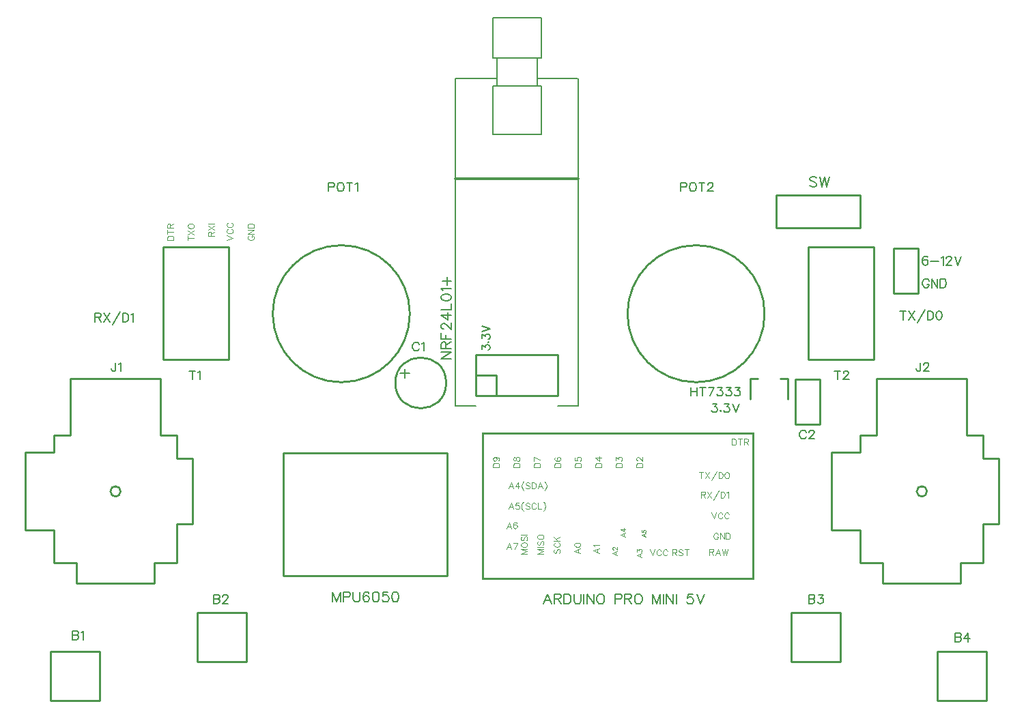
<source format=gbr>
%TF.GenerationSoftware,KiCad,Pcbnew,9.0.2*%
%TF.CreationDate,2025-06-02T23:35:36+05:30*%
%TF.ProjectId,RemoteV2,52656d6f-7465-4563-922e-6b696361645f,rev?*%
%TF.SameCoordinates,Original*%
%TF.FileFunction,Legend,Top*%
%TF.FilePolarity,Positive*%
%FSLAX46Y46*%
G04 Gerber Fmt 4.6, Leading zero omitted, Abs format (unit mm)*
G04 Created by KiCad (PCBNEW 9.0.2) date 2025-06-02 23:35:36*
%MOMM*%
%LPD*%
G01*
G04 APERTURE LIST*
%ADD10C,0.100000*%
%ADD11C,0.177800*%
%ADD12C,0.200000*%
%ADD13C,0.000000*%
%ADD14C,0.254000*%
%ADD15C,0.180000*%
%ADD16C,0.203200*%
%ADD17C,0.300000*%
G04 APERTURE END LIST*
D10*
X164603000Y-120806000D02*
X164565000Y-120879000D01*
X165533000Y-118195000D02*
X165462000Y-118157000D01*
X159450000Y-122729000D02*
X159777000Y-122729000D01*
D11*
X136783000Y-96272000D02*
X136783000Y-96409000D01*
D10*
X143450000Y-122028000D02*
X143415000Y-122137000D01*
X140387000Y-116960000D02*
X140024000Y-116960000D01*
X163478000Y-115838000D02*
X163442000Y-115873000D01*
D11*
X164535000Y-105713000D02*
X164380000Y-105662000D01*
X136600000Y-96937000D02*
X136556000Y-96981000D01*
D10*
X107415000Y-82358000D02*
X107489000Y-82432000D01*
X141309000Y-121118000D02*
X141383000Y-121192000D01*
D12*
X191461000Y-86963000D02*
X192403000Y-86963000D01*
D11*
X165896000Y-105662000D02*
X165845000Y-105609000D01*
D12*
X130984000Y-95375000D02*
X130864000Y-95317000D01*
D10*
X166475000Y-113623000D02*
X166475000Y-113442000D01*
D12*
X143920000Y-128245000D02*
X144392000Y-129485000D01*
X190803000Y-86755000D02*
X190750000Y-86755000D01*
X176587000Y-76955000D02*
X176704000Y-77014000D01*
D10*
X165919000Y-118339000D02*
X165883000Y-118449000D01*
X137169000Y-112497000D02*
X137933000Y-112497000D01*
X145373000Y-122670000D02*
X145447000Y-122741000D01*
D11*
X118469000Y-77245000D02*
X118365000Y-77191000D01*
X177519000Y-128352000D02*
X178091000Y-128352000D01*
X192703000Y-93199000D02*
X192548000Y-93148000D01*
X178091000Y-128352000D02*
X177781000Y-128766000D01*
D10*
X144900000Y-121883000D02*
X144827000Y-121921000D01*
X143415000Y-121024000D02*
X143341000Y-120953000D01*
D11*
X177832000Y-129441000D02*
X177677000Y-129441000D01*
X163834000Y-77453000D02*
X163834000Y-77400000D01*
D10*
X147875000Y-111240000D02*
X147984000Y-111276000D01*
X141309000Y-122378000D02*
X141383000Y-122304000D01*
X141418000Y-122086000D02*
X141383000Y-122015000D01*
D11*
X190694000Y-99594000D02*
X190798000Y-99543000D01*
D10*
X99323000Y-83120000D02*
X100087000Y-83628000D01*
X155421000Y-111989000D02*
X155530000Y-112025000D01*
X140699000Y-117323000D02*
X140699000Y-117471000D01*
D13*
G36*
X169610000Y-108439000D02*
G01*
X135828000Y-108439000D01*
X135828000Y-108185000D01*
X169610000Y-108185000D01*
X169610000Y-108439000D01*
G37*
D10*
X104332000Y-83483000D02*
X104441000Y-83519000D01*
X141522000Y-116960000D02*
X141377000Y-116960000D01*
X166320000Y-118195000D02*
X166247000Y-118157000D01*
D12*
X123491000Y-128522000D02*
X123549000Y-128464000D01*
D11*
X176346000Y-128352000D02*
X176813000Y-128352000D01*
X188007000Y-93148000D02*
X188007000Y-94237000D01*
D10*
X141383000Y-121555000D02*
X141309000Y-121629000D01*
D12*
X190438000Y-87067000D02*
X190491000Y-87275000D01*
D11*
X166417000Y-105091000D02*
X166468000Y-105142000D01*
D10*
X97075000Y-82332000D02*
X97110000Y-82368000D01*
D12*
X190438000Y-86805000D02*
X190438000Y-87067000D01*
D10*
X101901000Y-83359000D02*
X101936000Y-83323000D01*
D14*
X90987000Y-115524000D02*
G75*
G02*
X89717000Y-115524000I-635000J0D01*
G01*
X89717000Y-115524000D02*
G75*
G02*
X90987000Y-115524000I635000J0D01*
G01*
D10*
X102081000Y-83287000D02*
X102155000Y-83323000D01*
D12*
X193877000Y-86910000D02*
X193353000Y-87433000D01*
D10*
X147258000Y-122934000D02*
X148022000Y-122645000D01*
X97001000Y-82297000D02*
X97075000Y-82332000D01*
X142017000Y-117069000D02*
X141979000Y-117143000D01*
X145081000Y-111530000D02*
X145116000Y-111639000D01*
X137898000Y-111385000D02*
X137933000Y-111494000D01*
D12*
X122863000Y-128050000D02*
X122686000Y-127991000D01*
X147689000Y-129485000D02*
X147867000Y-129427000D01*
D14*
X135066000Y-103608000D02*
X145226000Y-103608000D01*
D11*
X136191000Y-96318000D02*
X136191000Y-96181000D01*
D10*
X139709000Y-112497000D02*
X139709000Y-112243000D01*
D11*
X189884000Y-100633000D02*
X189780000Y-100582000D01*
D12*
X191065000Y-86910000D02*
X190961000Y-86805000D01*
D10*
X144972000Y-112025000D02*
X145081000Y-111989000D01*
X104878000Y-83374000D02*
X104913000Y-83303000D01*
X145116000Y-111748000D02*
X145299000Y-111748000D01*
D14*
X137606000Y-103608000D02*
X137606000Y-101068000D01*
D12*
X137646000Y-61738000D02*
X143145000Y-61738000D01*
D11*
X165345000Y-105505000D02*
X165398000Y-105558000D01*
D10*
X96783000Y-83300000D02*
X97547000Y-83300000D01*
X153384000Y-120516000D02*
X153384000Y-120107000D01*
D11*
X195228000Y-133969000D02*
X195177000Y-134073000D01*
D10*
X153003000Y-120915000D02*
X153574000Y-120697000D01*
X142381000Y-117689000D02*
X142454000Y-117616000D01*
X139988000Y-119355000D02*
X139914000Y-119355000D01*
X140024000Y-117689000D02*
X139988000Y-117651000D01*
X164263000Y-115545000D02*
X163755000Y-116310000D01*
D12*
X131220000Y-97042000D02*
X131278000Y-97103000D01*
D10*
X164530000Y-122876000D02*
X164494000Y-122950000D01*
X104913000Y-82515000D02*
X104913000Y-82371000D01*
X96783000Y-82477000D02*
X96821000Y-82368000D01*
X101863000Y-82297000D02*
X102627000Y-82297000D01*
D12*
X154215000Y-128304000D02*
X154273000Y-128362000D01*
D10*
X140425000Y-117616000D02*
X140351000Y-117689000D01*
D11*
X195177000Y-133189000D02*
X195228000Y-133293000D01*
D10*
X140219000Y-111748000D02*
X140146000Y-111713000D01*
X166028000Y-118886000D02*
X166102000Y-118921000D01*
X147258000Y-122934000D02*
X148022000Y-123226000D01*
X140024000Y-116960000D02*
X139988000Y-117288000D01*
D12*
X118622000Y-127991000D02*
X119152000Y-127991000D01*
D11*
X166468000Y-104623000D02*
X166155000Y-105038000D01*
D10*
X165462000Y-118921000D02*
X165533000Y-118886000D01*
D11*
X177469000Y-129337000D02*
X177415000Y-129233000D01*
D14*
X95177000Y-126954000D02*
X85525000Y-126954000D01*
D10*
X165606000Y-118812000D02*
X165642000Y-118738000D01*
D11*
X127192000Y-97418000D02*
X127192000Y-97677000D01*
D10*
X142686000Y-121098000D02*
X142686000Y-121243000D01*
X157913000Y-122767000D02*
X157842000Y-122729000D01*
D11*
X136737000Y-97463000D02*
X136783000Y-97600000D01*
D10*
X99432000Y-82807000D02*
X99506000Y-82843000D01*
D12*
X150869000Y-129310000D02*
X150928000Y-129190000D01*
D14*
X180278000Y-130531000D02*
X180278000Y-136627000D01*
D11*
X104263000Y-128662000D02*
X104212000Y-128766000D01*
D12*
X154331000Y-128599000D02*
X154273000Y-128718000D01*
X145609000Y-128482000D02*
X145609000Y-128599000D01*
D11*
X90062000Y-100633000D02*
X89958000Y-100582000D01*
X166521000Y-105297000D02*
X166521000Y-105401000D01*
X136783000Y-96409000D02*
X136737000Y-96546000D01*
D10*
X140072000Y-111349000D02*
X140146000Y-111276000D01*
D12*
X131101000Y-96983000D02*
X131220000Y-97042000D01*
D11*
X89854000Y-100374000D02*
X89854000Y-100270000D01*
D10*
X106798000Y-82432000D02*
X106869000Y-82358000D01*
X142729000Y-116960000D02*
X142729000Y-117725000D01*
D12*
X125474000Y-128522000D02*
X125416000Y-128228000D01*
D11*
X192807000Y-93354000D02*
X192703000Y-93199000D01*
X88891000Y-93402000D02*
X89620000Y-94491000D01*
D10*
X163333000Y-115545000D02*
X163442000Y-115584000D01*
D12*
X192853000Y-86493000D02*
X193011000Y-86335000D01*
D10*
X106798000Y-84184000D02*
X106869000Y-84255000D01*
D11*
X117898000Y-78025000D02*
X117951000Y-78129000D01*
D12*
X130984000Y-94667000D02*
X131101000Y-94667000D01*
X131278000Y-91014000D02*
X130984000Y-91075000D01*
D11*
X91916000Y-94232000D02*
X91863000Y-94336000D01*
D10*
X141979000Y-117542000D02*
X142017000Y-117616000D01*
D12*
X190961000Y-89810000D02*
X191222000Y-89810000D01*
D10*
X137641000Y-111530000D02*
X137606000Y-111639000D01*
D11*
X136191000Y-97646000D02*
X136191000Y-97509000D01*
D10*
X152701000Y-111989000D02*
X152881000Y-111989000D01*
D12*
X131337000Y-97278000D02*
X131337000Y-97811000D01*
D11*
X181156000Y-100613000D02*
X181210000Y-100664000D01*
D15*
X176937000Y-108030000D02*
X176991000Y-108134000D01*
D12*
X145551000Y-128718000D02*
X145492000Y-128776000D01*
D10*
X140692000Y-122304000D02*
X140763000Y-122378000D01*
X144898000Y-112061000D02*
X144972000Y-112025000D01*
X160272000Y-123458000D02*
X160199000Y-123384000D01*
D11*
X195124000Y-133659000D02*
X195177000Y-133710000D01*
D12*
X145551000Y-128362000D02*
X145609000Y-128482000D01*
D11*
X161736000Y-103110000D02*
X162462000Y-103110000D01*
D10*
X165314000Y-120697000D02*
X165825000Y-121461000D01*
D14*
X131510000Y-125960000D02*
X131510000Y-110720000D01*
D10*
X148093000Y-112243000D02*
X148093000Y-112497000D01*
D11*
X102518000Y-128870000D02*
X102985000Y-128870000D01*
D10*
X165929000Y-113333000D02*
X165893000Y-113442000D01*
X145482000Y-122066000D02*
X145447000Y-121992000D01*
X159886000Y-122767000D02*
X159922000Y-122802000D01*
X168751000Y-109340000D02*
X168642000Y-109376000D01*
X142307000Y-116960000D02*
X142162000Y-116960000D01*
D12*
X121233000Y-128522000D02*
X121116000Y-128642000D01*
D11*
X176968000Y-129391000D02*
X176813000Y-129441000D01*
D12*
X192749000Y-86544000D02*
X192853000Y-86493000D01*
D10*
X141705000Y-117616000D02*
X141631000Y-117689000D01*
X163006000Y-115545000D02*
X163333000Y-115545000D01*
D11*
X85650000Y-133872000D02*
X85495000Y-133923000D01*
X102518000Y-128352000D02*
X102985000Y-128352000D01*
D12*
X176468000Y-76661000D02*
X176468000Y-76777000D01*
X177296000Y-77547000D02*
X177176000Y-77664000D01*
D10*
X165871000Y-115728000D02*
X165906000Y-115838000D01*
D11*
X194969000Y-134177000D02*
X194502000Y-134177000D01*
D10*
X153173000Y-111459000D02*
X153173000Y-111568000D01*
X160707000Y-122838000D02*
X160636000Y-122767000D01*
X144756000Y-123105000D02*
X144827000Y-123178000D01*
X155802000Y-120506000D02*
X155802000Y-120438000D01*
D11*
X167814000Y-103369000D02*
X167763000Y-103526000D01*
X164999000Y-103577000D02*
X164946000Y-103473000D01*
D10*
X141268000Y-117252000D02*
X141339000Y-117288000D01*
D12*
X153115000Y-128660000D02*
X153056000Y-128776000D01*
D10*
X104149000Y-83303000D02*
X104187000Y-83374000D01*
X155606000Y-122838000D02*
X155606000Y-122922000D01*
D12*
X145226000Y-104878000D02*
X147766000Y-104878000D01*
D10*
X165170000Y-118266000D02*
X165134000Y-118339000D01*
X150125000Y-123056000D02*
X150125000Y-122693000D01*
X154949000Y-112497000D02*
X155713000Y-112497000D01*
D12*
X148825000Y-128245000D02*
X148825000Y-129485000D01*
D14*
X184763000Y-101554000D02*
X184763000Y-108539000D01*
D11*
X136511000Y-97326000D02*
X136645000Y-97372000D01*
D10*
X140654000Y-121446000D02*
X140692000Y-121555000D01*
X140001000Y-111989000D02*
X140181000Y-111989000D01*
X168568000Y-109376000D02*
X168822000Y-109777000D01*
X165825000Y-120697000D02*
X165825000Y-121461000D01*
X159922000Y-123021000D02*
X159886000Y-123056000D01*
X165098000Y-118449000D02*
X165098000Y-118629000D01*
X145447000Y-123105000D02*
X145373000Y-123178000D01*
X166318000Y-121461000D02*
X166064000Y-121461000D01*
X140654000Y-122086000D02*
X140654000Y-122233000D01*
D15*
X175406000Y-107979000D02*
X175302000Y-108080000D01*
D10*
X155962000Y-121065000D02*
X155962000Y-120839000D01*
X99506000Y-82332000D02*
X99432000Y-82371000D01*
D12*
X119838000Y-128878000D02*
X119897000Y-129056000D01*
X131398000Y-94844000D02*
X131987000Y-95436000D01*
X148045000Y-129132000D02*
X148045000Y-128245000D01*
D11*
X177021000Y-128766000D02*
X176968000Y-128819000D01*
X103140000Y-128402000D02*
X103193000Y-128453000D01*
D10*
X156120000Y-120438000D02*
X156120000Y-120506000D01*
X99323000Y-84377000D02*
X99323000Y-83869000D01*
D12*
X119838000Y-127991000D02*
X119838000Y-128878000D01*
D11*
X91967000Y-93816000D02*
X91967000Y-94075000D01*
D10*
X141667000Y-115149000D02*
X141558000Y-115185000D01*
X163006000Y-113150000D02*
X163006000Y-113915000D01*
D12*
X137146000Y-56737000D02*
X143145000Y-56737000D01*
X161268000Y-128776000D02*
X161329000Y-128718000D01*
D10*
X152518000Y-112061000D02*
X152592000Y-112025000D01*
X147987000Y-122005000D02*
X147877000Y-121931000D01*
X160948000Y-122729000D02*
X161456000Y-122729000D01*
D12*
X194034000Y-86650000D02*
X193981000Y-86755000D01*
D10*
X152558000Y-122802000D02*
X152558000Y-122421000D01*
X155678000Y-112134000D02*
X155713000Y-112243000D01*
D11*
X192185000Y-94029000D02*
X192289000Y-94187000D01*
D10*
X97512000Y-83940000D02*
X97547000Y-84049000D01*
D11*
X91604000Y-93402000D02*
X91759000Y-93453000D01*
X86358000Y-132834000D02*
X86358000Y-133923000D01*
D10*
X147768000Y-123117000D02*
X147768000Y-122754000D01*
D12*
X193165000Y-89183000D02*
X193270000Y-89287000D01*
D11*
X181106000Y-101131000D02*
X180585000Y-101652000D01*
D10*
X142249000Y-111748000D02*
X142249000Y-111240000D01*
X97110000Y-82368000D02*
X97146000Y-82477000D01*
D14*
X95177000Y-126954000D02*
X95177000Y-124414000D01*
D12*
X120605000Y-129056000D02*
X120666000Y-128878000D01*
D11*
X162317000Y-78025000D02*
X162368000Y-77867000D01*
D12*
X131987000Y-91487000D02*
X131987000Y-91370000D01*
D10*
X165652000Y-113623000D02*
X165617000Y-113732000D01*
X143552000Y-116998000D02*
X143625000Y-117143000D01*
X140328000Y-111748000D02*
X140219000Y-111748000D01*
D12*
X118230000Y-127991000D02*
X117758000Y-129231000D01*
X131456000Y-91842000D02*
X131751000Y-91784000D01*
X155076000Y-129485000D02*
X155312000Y-129485000D01*
D10*
X144756000Y-122741000D02*
X144718000Y-122851000D01*
X142490000Y-117143000D02*
X142454000Y-117069000D01*
X140438000Y-112134000D02*
X140473000Y-112243000D01*
X153064000Y-111276000D02*
X153138000Y-111349000D01*
X106760000Y-83034000D02*
X107524000Y-83034000D01*
D11*
X166363000Y-105662000D02*
X166208000Y-105713000D01*
D10*
X139988000Y-117288000D02*
X140024000Y-117252000D01*
D12*
X121764000Y-128642000D02*
X121647000Y-128522000D01*
D10*
X104258000Y-82663000D02*
X104332000Y-82698000D01*
D12*
X119447000Y-128228000D02*
X119447000Y-128406000D01*
D10*
X140654000Y-122233000D02*
X140692000Y-122304000D01*
D11*
X103244000Y-129078000D02*
X103244000Y-129233000D01*
D10*
X162752000Y-113150000D02*
X163260000Y-113150000D01*
D11*
X92571000Y-93402000D02*
X92571000Y-94491000D01*
D10*
X140908000Y-121593000D02*
X140946000Y-121555000D01*
D12*
X152287000Y-128245000D02*
X152820000Y-128245000D01*
D10*
X158627000Y-122729000D02*
X158482000Y-122729000D01*
D16*
X126239000Y-100305000D02*
X126239000Y-101451000D01*
D12*
X176998000Y-76483000D02*
X176762000Y-76483000D01*
X123905000Y-128406000D02*
X124080000Y-128464000D01*
X146000000Y-128245000D02*
X146414000Y-128245000D01*
D11*
X161736000Y-102592000D02*
X161736000Y-103681000D01*
D10*
X166475000Y-113442000D02*
X166440000Y-113333000D01*
D12*
X121055000Y-128820000D02*
X121116000Y-129056000D01*
D11*
X176813000Y-128352000D02*
X176968000Y-128402000D01*
D10*
X166574000Y-121169000D02*
X166536000Y-121278000D01*
X151987000Y-123201000D02*
X152558000Y-123419000D01*
D11*
X103244000Y-128662000D02*
X103193000Y-128766000D01*
D14*
X84763000Y-108539000D02*
X82731000Y-108539000D01*
X95939000Y-101554000D02*
X84763000Y-101554000D01*
D10*
X157550000Y-123384000D02*
X157623000Y-123458000D01*
D12*
X120016000Y-129173000D02*
X120194000Y-129231000D01*
D11*
X103745000Y-128402000D02*
X103849000Y-128352000D01*
X167501000Y-103681000D02*
X167346000Y-103681000D01*
D10*
X164857000Y-118157000D02*
X164568000Y-118921000D01*
X142345000Y-114458000D02*
X142416000Y-114529000D01*
D11*
X166381000Y-103006000D02*
X166536000Y-103006000D01*
D12*
X150041000Y-129013000D02*
X150102000Y-129190000D01*
D11*
X136511000Y-96000000D02*
X136645000Y-96046000D01*
D10*
X104878000Y-82589000D02*
X104913000Y-82515000D01*
D12*
X120194000Y-129231000D02*
X120311000Y-129231000D01*
D11*
X117451000Y-77296000D02*
X117504000Y-77400000D01*
D10*
X104187000Y-82297000D02*
X104149000Y-82371000D01*
D12*
X176998000Y-77722000D02*
X176762000Y-77722000D01*
D10*
X144898000Y-111311000D02*
X144827000Y-111349000D01*
D11*
X90819000Y-99698000D02*
X90976000Y-99543000D01*
D10*
X141304000Y-115149000D02*
X141230000Y-115076000D01*
X137278000Y-112061000D02*
X137352000Y-112025000D01*
X139734000Y-119500000D02*
X139698000Y-119683000D01*
X140956000Y-116815000D02*
X140882000Y-116889000D01*
X97364000Y-83831000D02*
X97438000Y-83867000D01*
D11*
X192185000Y-93354000D02*
X192132000Y-93615000D01*
D10*
X142868000Y-122210000D02*
X142940000Y-122175000D01*
D11*
X91863000Y-94336000D02*
X91759000Y-94441000D01*
X162711000Y-77191000D02*
X163437000Y-77191000D01*
D10*
X141377000Y-116960000D02*
X141268000Y-116998000D01*
D11*
X176968000Y-128923000D02*
X177021000Y-128974000D01*
D14*
X186882000Y-85335000D02*
X189930000Y-85335000D01*
D12*
X195269000Y-86335000D02*
X194849000Y-87433000D01*
X193376000Y-89549000D02*
X193376000Y-89810000D01*
X121647000Y-128522000D02*
X121469000Y-128464000D01*
D11*
X195177000Y-133710000D02*
X195228000Y-133814000D01*
D12*
X123549000Y-129173000D02*
X123491000Y-129114000D01*
D10*
X141631000Y-117689000D02*
X141522000Y-117725000D01*
D12*
X118230000Y-127991000D02*
X118230000Y-129231000D01*
D14*
X88399000Y-135425000D02*
X88399000Y-141521000D01*
D12*
X124649000Y-128522000D02*
X124649000Y-128700000D01*
D10*
X140316000Y-114420000D02*
X140316000Y-115185000D01*
D11*
X85703000Y-132935000D02*
X85754000Y-133039000D01*
D10*
X165398000Y-113915000D02*
X165144000Y-113915000D01*
D11*
X165467000Y-103006000D02*
X165571000Y-103059000D01*
D12*
X177176000Y-77191000D02*
X177235000Y-77250000D01*
X158304000Y-128245000D02*
X158304000Y-129485000D01*
D10*
X99615000Y-82297000D02*
X99506000Y-82332000D01*
D11*
X118677000Y-77867000D02*
X118677000Y-77608000D01*
D14*
X111190000Y-125960000D02*
X131510000Y-125960000D01*
D11*
X161642000Y-78129000D02*
X161746000Y-78233000D01*
D12*
X178276000Y-76483000D02*
X177981000Y-77722000D01*
X150397000Y-129485000D02*
X150633000Y-129485000D01*
D14*
X184763000Y-108539000D02*
X182731000Y-108539000D01*
D10*
X157514000Y-122911000D02*
X157478000Y-123021000D01*
D11*
X136645000Y-96981000D02*
X136600000Y-96937000D01*
X191738000Y-93407000D02*
X191789000Y-93562000D01*
X117400000Y-77245000D02*
X117451000Y-77296000D01*
D10*
X143625000Y-115365000D02*
X143552000Y-115439000D01*
D14*
X174182000Y-130531000D02*
X180278000Y-130531000D01*
D10*
X104332000Y-82188000D02*
X104258000Y-82226000D01*
X139892000Y-111713000D02*
X139963000Y-111675000D01*
X158482000Y-122729000D02*
X158408000Y-122767000D01*
D12*
X177176000Y-76541000D02*
X176998000Y-76483000D01*
D10*
X164458000Y-122696000D02*
X164494000Y-122731000D01*
D11*
X103193000Y-129337000D02*
X103140000Y-129391000D01*
D15*
X176368000Y-108134000D02*
X176419000Y-108030000D01*
D10*
X152040000Y-122475000D02*
X152096000Y-122449000D01*
X140400000Y-111713000D02*
X140328000Y-111748000D01*
D14*
X172256000Y-78714000D02*
X182670000Y-78714000D01*
D10*
X139747000Y-111675000D02*
X139818000Y-111713000D01*
X156097000Y-120369000D02*
X156120000Y-120438000D01*
D12*
X161918000Y-128245000D02*
X161329000Y-128245000D01*
X194034000Y-86544000D02*
X194034000Y-86650000D01*
D10*
X106760000Y-83544000D02*
X107524000Y-83544000D01*
D12*
X143920000Y-128245000D02*
X143448000Y-129485000D01*
D11*
X118055000Y-78233000D02*
X118159000Y-78284000D01*
D10*
X145482000Y-122210000D02*
X145482000Y-122066000D01*
X137387000Y-111748000D02*
X137278000Y-111713000D01*
X137606000Y-111639000D02*
X137532000Y-111713000D01*
X149869000Y-112497000D02*
X149869000Y-112243000D01*
D14*
X96287000Y-85187000D02*
X104415000Y-85187000D01*
D10*
X165642000Y-118339000D02*
X165606000Y-118266000D01*
X144827000Y-111639000D02*
X144933000Y-111713000D01*
D11*
X166468000Y-105142000D02*
X166521000Y-105297000D01*
D10*
X150052000Y-112025000D02*
X150161000Y-111989000D01*
D15*
X175716000Y-107925000D02*
X175507000Y-107925000D01*
D12*
X154037000Y-128245000D02*
X154215000Y-128304000D01*
D10*
X99978000Y-82371000D02*
X99904000Y-82332000D01*
D11*
X118469000Y-78233000D02*
X118573000Y-78129000D01*
D12*
X161979000Y-128835000D02*
X162038000Y-129013000D01*
D10*
X140847000Y-115256000D02*
X140918000Y-115365000D01*
D12*
X154959000Y-129427000D02*
X155076000Y-129485000D01*
X161329000Y-129427000D02*
X161268000Y-129368000D01*
D10*
X152287000Y-122530000D02*
X152558000Y-122802000D01*
D12*
X150633000Y-129485000D02*
X150750000Y-129427000D01*
D10*
X164905000Y-113005000D02*
X164250000Y-114169000D01*
D12*
X193011000Y-89129000D02*
X193165000Y-89183000D01*
D10*
X141195000Y-117069000D02*
X141195000Y-117143000D01*
X145518000Y-111639000D02*
X145553000Y-111530000D01*
D11*
X180585000Y-101652000D02*
X181314000Y-101652000D01*
D10*
X143661000Y-117471000D02*
X143625000Y-117651000D01*
D11*
X192861000Y-93770000D02*
X192861000Y-93615000D01*
D14*
X178606000Y-82778000D02*
X172256000Y-82778000D01*
D12*
X155548000Y-129310000D02*
X155609000Y-129190000D01*
X154839000Y-128423000D02*
X154781000Y-128540000D01*
X190595000Y-86805000D02*
X190491000Y-86910000D01*
D11*
X165002000Y-105297000D02*
X165002000Y-105401000D01*
D10*
X140400000Y-111276000D02*
X140438000Y-111311000D01*
X142162000Y-116960000D02*
X142089000Y-116998000D01*
D12*
X190803000Y-87433000D02*
X190961000Y-87382000D01*
D10*
X155167000Y-111276000D02*
X155241000Y-111311000D01*
X166028000Y-118195000D02*
X165954000Y-118266000D01*
X155035000Y-122703000D02*
X155253000Y-122866000D01*
X149615000Y-122162000D02*
X150379000Y-122162000D01*
X141979000Y-114420000D02*
X141979000Y-115185000D01*
X167070000Y-109777000D02*
X166816000Y-109777000D01*
D14*
X131510000Y-125960000D02*
X131510000Y-125960000D01*
D10*
X155713000Y-111748000D02*
X155713000Y-111240000D01*
X141126000Y-122449000D02*
X141235000Y-122414000D01*
D11*
X191212000Y-99749000D02*
X191212000Y-99853000D01*
D10*
X142838000Y-114931000D02*
X143201000Y-114931000D01*
D11*
X104054000Y-128352000D02*
X104159000Y-128402000D01*
D12*
X190438000Y-89810000D02*
X190491000Y-89965000D01*
D11*
X164250000Y-77191000D02*
X164352000Y-77245000D01*
D12*
X124199000Y-128581000D02*
X124258000Y-128759000D01*
X154273000Y-128718000D02*
X154215000Y-128776000D01*
X150928000Y-128540000D02*
X150869000Y-128423000D01*
D14*
X97971000Y-119588000D02*
X97971000Y-124414000D01*
D12*
X145198000Y-128835000D02*
X145609000Y-129485000D01*
D10*
X155093000Y-111276000D02*
X155167000Y-111276000D01*
D11*
X128314000Y-97209000D02*
X128418000Y-97158000D01*
D10*
X147402000Y-121931000D02*
X147296000Y-122005000D01*
X99361000Y-82442000D02*
X99323000Y-82515000D01*
D11*
X176346000Y-128870000D02*
X176813000Y-128870000D01*
D10*
X139963000Y-111311000D02*
X139892000Y-111276000D01*
X151987000Y-123201000D02*
X152558000Y-122983000D01*
D11*
X162160000Y-77245000D02*
X162056000Y-77191000D01*
D12*
X155312000Y-129485000D02*
X155431000Y-129427000D01*
D11*
X85650000Y-133301000D02*
X85495000Y-133352000D01*
D10*
X166257000Y-113150000D02*
X166112000Y-113150000D01*
D12*
X131278000Y-91842000D02*
X131456000Y-91842000D01*
D11*
X166208000Y-105713000D02*
X166054000Y-105713000D01*
X118573000Y-78129000D02*
X118627000Y-78025000D01*
D10*
X96783000Y-84303000D02*
X96783000Y-84049000D01*
X141413000Y-114420000D02*
X141304000Y-114458000D01*
X155579000Y-122757000D02*
X155606000Y-122838000D01*
X137933000Y-111568000D02*
X137898000Y-111675000D01*
D14*
X131358000Y-102063000D02*
G75*
G02*
X125058000Y-102063000I-3150000J0D01*
G01*
X125058000Y-102063000D02*
G75*
G02*
X131358000Y-102063000I3150000J0D01*
G01*
D11*
X160935000Y-77763000D02*
X160466000Y-77763000D01*
D12*
X147217000Y-128245000D02*
X147217000Y-129132000D01*
X124707000Y-128995000D02*
X124824000Y-129173000D01*
D11*
X165896000Y-104623000D02*
X166468000Y-104623000D01*
D10*
X165606000Y-118266000D02*
X165533000Y-118195000D01*
X165170000Y-118812000D02*
X165243000Y-118886000D01*
X160636000Y-123458000D02*
X160526000Y-123493000D01*
X160272000Y-122767000D02*
X160199000Y-122838000D01*
X152205000Y-122475000D02*
X152287000Y-122530000D01*
X165835000Y-116201000D02*
X165761000Y-116274000D01*
D12*
X177059000Y-77133000D02*
X177176000Y-77191000D01*
D10*
X104258000Y-83011000D02*
X104187000Y-83084000D01*
D11*
X103140000Y-128923000D02*
X103193000Y-128974000D01*
D10*
X164966000Y-120735000D02*
X164893000Y-120697000D01*
D11*
X192444000Y-94237000D02*
X192548000Y-94237000D01*
D10*
X140737000Y-117651000D02*
X140808000Y-117796000D01*
D11*
X194502000Y-133088000D02*
X194969000Y-133088000D01*
D10*
X160707000Y-123275000D02*
X160707000Y-123384000D01*
D17*
X132526000Y-76683000D02*
X147766000Y-76683000D01*
D10*
X139747000Y-112134000D02*
X139818000Y-112061000D01*
X107524000Y-82541000D02*
X107524000Y-82795000D01*
D12*
X190750000Y-90227000D02*
X190961000Y-90227000D01*
D11*
X160466000Y-77191000D02*
X160935000Y-77191000D01*
D10*
X139805000Y-119683000D02*
X139734000Y-119757000D01*
D11*
X91240000Y-93402000D02*
X91240000Y-94491000D01*
D12*
X131456000Y-89940000D02*
X131456000Y-88875000D01*
D10*
X142249000Y-112243000D02*
X142287000Y-112134000D01*
D11*
X103193000Y-128453000D02*
X103244000Y-128557000D01*
X194502000Y-133606000D02*
X194969000Y-133606000D01*
D10*
X157986000Y-123384000D02*
X158022000Y-123310000D01*
D11*
X191212000Y-99853000D02*
X191161000Y-99957000D01*
D10*
X164893000Y-120697000D02*
X164748000Y-120697000D01*
D14*
X82303000Y-135425000D02*
X88399000Y-135425000D01*
D10*
X142868000Y-120915000D02*
X142795000Y-120953000D01*
D11*
X161588000Y-78025000D02*
X161642000Y-78129000D01*
D10*
X166440000Y-113333000D02*
X166401000Y-113259000D01*
X147258000Y-122114000D02*
X147258000Y-122188000D01*
D11*
X85650000Y-132884000D02*
X85703000Y-132935000D01*
D10*
X159958000Y-122947000D02*
X159922000Y-123021000D01*
X147329000Y-111675000D02*
X147656000Y-111713000D01*
D11*
X89904000Y-100529000D02*
X89854000Y-100374000D01*
D10*
X137169000Y-111494000D02*
X137207000Y-111385000D01*
D12*
X124080000Y-128464000D02*
X124199000Y-128581000D01*
X193353000Y-87433000D02*
X194085000Y-87433000D01*
D10*
X106760000Y-83966000D02*
X106760000Y-84110000D01*
X140001000Y-111603000D02*
X140036000Y-111459000D01*
X168314000Y-109013000D02*
X168642000Y-109013000D01*
X165314000Y-118921000D02*
X165462000Y-118921000D01*
D12*
X122983000Y-128228000D02*
X122863000Y-128050000D01*
D15*
X175924000Y-108080000D02*
X175820000Y-107979000D01*
D10*
X147801000Y-111240000D02*
X147875000Y-111240000D01*
D12*
X146414000Y-128245000D02*
X146592000Y-128304000D01*
D11*
X165309000Y-103006000D02*
X165467000Y-103006000D01*
X166536000Y-103006000D02*
X166640000Y-103059000D01*
D10*
X165314000Y-120697000D02*
X165314000Y-121461000D01*
X152409000Y-112497000D02*
X153173000Y-112497000D01*
D11*
X161090000Y-77245000D02*
X161141000Y-77296000D01*
D10*
X137824000Y-112061000D02*
X137898000Y-112134000D01*
D11*
X191426000Y-93148000D02*
X191581000Y-93199000D01*
X192132000Y-93770000D02*
X192185000Y-94029000D01*
X164796000Y-105038000D02*
X164898000Y-105091000D01*
D15*
X175248000Y-108756000D02*
X175302000Y-108858000D01*
D12*
X118622000Y-127991000D02*
X118622000Y-129231000D01*
D10*
X166221000Y-115655000D02*
X166330000Y-115545000D01*
D12*
X190491000Y-87275000D02*
X190595000Y-87382000D01*
D10*
X164966000Y-121426000D02*
X165038000Y-121352000D01*
X168642000Y-109376000D02*
X168314000Y-109376000D01*
D11*
X177072000Y-129233000D02*
X177021000Y-129337000D01*
X192861000Y-93615000D02*
X192807000Y-93354000D01*
D12*
X130748000Y-97811000D02*
X131987000Y-97811000D01*
D10*
X154949000Y-112243000D02*
X154987000Y-112134000D01*
D11*
X103244000Y-128557000D02*
X103244000Y-128662000D01*
D10*
X147621000Y-111675000D02*
X147583000Y-111568000D01*
D12*
X193981000Y-86755000D02*
X193877000Y-86910000D01*
D11*
X166120000Y-102592000D02*
X166691000Y-102592000D01*
D10*
X143232000Y-121702000D02*
X143341000Y-121702000D01*
D11*
X117951000Y-77349000D02*
X117898000Y-77453000D01*
D12*
X123727000Y-128406000D02*
X123905000Y-128406000D01*
D11*
X192548000Y-94237000D02*
X192703000Y-94187000D01*
D10*
X99904000Y-82332000D02*
X99795000Y-82297000D01*
X147512000Y-112025000D02*
X147621000Y-111989000D01*
X141979000Y-114420000D02*
X142236000Y-114420000D01*
D11*
X180638000Y-100821000D02*
X180638000Y-100768000D01*
X161850000Y-77191000D02*
X161746000Y-77245000D01*
X117847000Y-77608000D02*
X117847000Y-77867000D01*
D10*
X152881000Y-111240000D02*
X152955000Y-111240000D01*
X158627000Y-123493000D02*
X158700000Y-123458000D01*
D11*
X85754000Y-133039000D02*
X85754000Y-133143000D01*
D10*
X145518000Y-111385000D02*
X145444000Y-111311000D01*
D11*
X161194000Y-77557000D02*
X161141000Y-77661000D01*
D12*
X122569000Y-127991000D02*
X122391000Y-128050000D01*
D10*
X141304000Y-114458000D02*
X141230000Y-114529000D01*
X102226000Y-83468000D02*
X102226000Y-83795000D01*
D12*
X130748000Y-99028000D02*
X131987000Y-99028000D01*
D10*
X165581000Y-113259000D02*
X165617000Y-113333000D01*
X155022000Y-111675000D02*
X154987000Y-111639000D01*
D11*
X176968000Y-128402000D02*
X177021000Y-128453000D01*
D10*
X153173000Y-112243000D02*
X153173000Y-112497000D01*
D12*
X121410000Y-128464000D02*
X121233000Y-128522000D01*
D10*
X107341000Y-84293000D02*
X107415000Y-84255000D01*
X154987000Y-111349000D02*
X155022000Y-111311000D01*
X160636000Y-122767000D02*
X160526000Y-122729000D01*
D11*
X164692000Y-105713000D02*
X164535000Y-105713000D01*
X164352000Y-77245000D02*
X164405000Y-77296000D01*
D10*
X140882000Y-116889000D02*
X140808000Y-116998000D01*
X155416000Y-123592000D02*
X155416000Y-123318000D01*
X99323000Y-82660000D02*
X99361000Y-82734000D01*
D14*
X177738000Y-101575000D02*
X177738000Y-107163000D01*
D12*
X125121000Y-129231000D02*
X125299000Y-129173000D01*
X150986000Y-128718000D02*
X150928000Y-128540000D01*
D10*
X149615000Y-122873000D02*
X150379000Y-122584000D01*
D12*
X124824000Y-128050000D02*
X124707000Y-128228000D01*
X154839000Y-129310000D02*
X154959000Y-129427000D01*
D11*
X177987000Y-129391000D02*
X177832000Y-129441000D01*
D10*
X149869000Y-112497000D02*
X150633000Y-112497000D01*
D12*
X124080000Y-129173000D02*
X123905000Y-129231000D01*
D10*
X139734000Y-120011000D02*
X139805000Y-120084000D01*
X107524000Y-83966000D02*
X107489000Y-83892000D01*
D11*
X120351000Y-77191000D02*
X120351000Y-78284000D01*
D10*
X156656000Y-122729000D02*
X156948000Y-123493000D01*
D11*
X195177000Y-134073000D02*
X195124000Y-134126000D01*
D10*
X101863000Y-83795000D02*
X102627000Y-83795000D01*
D15*
X175248000Y-108185000D02*
X175198000Y-108340000D01*
D14*
X100522000Y-136627000D02*
X100522000Y-130531000D01*
D11*
X165363000Y-103681000D02*
X165205000Y-103681000D01*
D12*
X190961000Y-90227000D02*
X191065000Y-90176000D01*
D10*
X137641000Y-111494000D02*
X137641000Y-111530000D01*
D14*
X197971000Y-119588000D02*
X197971000Y-124414000D01*
D10*
X141235000Y-121906000D02*
X141126000Y-121868000D01*
X145447000Y-121992000D02*
X145373000Y-121921000D01*
X163260000Y-115909000D02*
X163514000Y-116310000D01*
X140146000Y-111713000D02*
X140072000Y-111639000D01*
D12*
X154723000Y-129013000D02*
X154781000Y-129190000D01*
D14*
X172788000Y-101483000D02*
X173687000Y-101483000D01*
D10*
X165957000Y-122657000D02*
X165774000Y-123422000D01*
D12*
X190750000Y-86335000D02*
X190595000Y-86389000D01*
D15*
X175924000Y-108858000D02*
X175975000Y-108756000D01*
D11*
X88444000Y-93869000D02*
X88289000Y-93920000D01*
D12*
X122272000Y-128995000D02*
X122391000Y-129173000D01*
X130984000Y-91784000D02*
X131278000Y-91842000D01*
D10*
X141522000Y-117725000D02*
X141377000Y-117725000D01*
X156097000Y-120575000D02*
X156074000Y-120598000D01*
X140654000Y-123272000D02*
X141418000Y-122980000D01*
X155848000Y-120598000D02*
X155825000Y-120575000D01*
X168822000Y-109231000D02*
X168787000Y-109305000D01*
D11*
X89620000Y-93402000D02*
X88891000Y-94491000D01*
D10*
X140001000Y-111385000D02*
X139963000Y-111311000D01*
D12*
X191012000Y-86389000D02*
X190857000Y-86335000D01*
D10*
X142381000Y-116998000D02*
X142307000Y-116960000D01*
X101863000Y-83046000D02*
X102627000Y-82538000D01*
X107524000Y-84110000D02*
X107524000Y-83966000D01*
X163442000Y-115873000D02*
X163333000Y-115909000D01*
D12*
X132526000Y-104878000D02*
X132526000Y-64238000D01*
D10*
X96783000Y-84303000D02*
X97547000Y-84303000D01*
X145553000Y-111530000D02*
X145553000Y-111494000D01*
D11*
X136783000Y-97600000D02*
X136783000Y-97738000D01*
D10*
X139747000Y-111311000D02*
X139709000Y-111421000D01*
X139892000Y-112025000D02*
X140001000Y-111989000D01*
X163442000Y-115584000D02*
X163478000Y-115619000D01*
X160234000Y-122983000D02*
X160272000Y-123021000D01*
X142686000Y-122691000D02*
X143450000Y-122691000D01*
D11*
X164951000Y-105558000D02*
X164847000Y-105662000D01*
D10*
X155035000Y-123455000D02*
X155606000Y-123237000D01*
D11*
X166521000Y-105401000D02*
X166468000Y-105558000D01*
D10*
X102226000Y-83541000D02*
X102627000Y-83287000D01*
D11*
X164405000Y-77608000D02*
X164301000Y-77763000D01*
D10*
X142416000Y-115076000D02*
X142345000Y-115149000D01*
D12*
X150102000Y-129190000D02*
X150161000Y-129310000D01*
X192642000Y-89129000D02*
X193011000Y-89129000D01*
D15*
X176577000Y-107925000D02*
X176782000Y-107925000D01*
D14*
X85525000Y-124414000D02*
X82731000Y-124414000D01*
D15*
X176887000Y-107979000D02*
X176937000Y-108030000D01*
D11*
X190196000Y-99543000D02*
X190196000Y-100374000D01*
X100836000Y-100560000D02*
X100836000Y-101652000D01*
X118365000Y-78284000D02*
X118469000Y-78233000D01*
X177781000Y-128766000D02*
X177936000Y-128766000D01*
D14*
X82731000Y-110698000D02*
X79175000Y-110698000D01*
D10*
X164494000Y-122731000D02*
X164530000Y-122802000D01*
X141418000Y-121446000D02*
X141383000Y-121555000D01*
D14*
X174690000Y-101575000D02*
X177738000Y-101575000D01*
D10*
X100087000Y-82515000D02*
X100052000Y-82442000D01*
D14*
X82731000Y-120350000D02*
X79175000Y-120350000D01*
D10*
X165617000Y-113732000D02*
X165581000Y-113806000D01*
X147984000Y-111276000D02*
X148058000Y-111349000D01*
D12*
X131751000Y-91075000D02*
X131456000Y-91014000D01*
D10*
X139168000Y-119355000D02*
X138876000Y-120120000D01*
D12*
X158693000Y-128245000D02*
X159521000Y-129485000D01*
D10*
X165462000Y-118157000D02*
X165314000Y-118157000D01*
D14*
X135066000Y-98528000D02*
X135066000Y-103608000D01*
D11*
X167191000Y-103630000D02*
X167138000Y-103577000D01*
D10*
X147438000Y-112061000D02*
X147512000Y-112025000D01*
X160636000Y-123165000D02*
X160671000Y-123201000D01*
X145190000Y-122706000D02*
X145264000Y-122670000D01*
D12*
X117286000Y-127991000D02*
X117286000Y-129231000D01*
D11*
X190798000Y-99543000D02*
X191006000Y-99543000D01*
D12*
X146709000Y-129310000D02*
X146592000Y-129427000D01*
D11*
X167191000Y-102592000D02*
X167763000Y-102592000D01*
X102985000Y-128870000D02*
X103140000Y-128923000D01*
D10*
X152012000Y-122721000D02*
X151987000Y-122668000D01*
D12*
X147867000Y-129427000D02*
X147986000Y-129310000D01*
D10*
X163514000Y-115690000D02*
X163514000Y-115764000D01*
D12*
X122391000Y-128050000D02*
X122272000Y-128228000D01*
X130748000Y-93628000D02*
X131987000Y-93628000D01*
D10*
X137207000Y-111639000D02*
X137169000Y-111530000D01*
X100052000Y-82442000D02*
X99978000Y-82371000D01*
X101936000Y-83323000D02*
X102007000Y-83287000D01*
X140473000Y-112243000D02*
X140473000Y-112497000D01*
X142904000Y-112061000D02*
X142978000Y-112134000D01*
X152368000Y-123338000D02*
X152368000Y-123064000D01*
X159886000Y-123056000D02*
X159777000Y-123092000D01*
X149724000Y-122271000D02*
X149615000Y-122162000D01*
D11*
X166691000Y-103110000D02*
X166744000Y-103265000D01*
X161537000Y-77608000D02*
X161537000Y-77867000D01*
X190719000Y-92939000D02*
X189785000Y-94601000D01*
D10*
X147692000Y-111276000D02*
X147801000Y-111240000D01*
X148058000Y-111349000D02*
X148093000Y-111459000D01*
D14*
X82303000Y-141521000D02*
X82303000Y-135425000D01*
D10*
X104878000Y-83084000D02*
X104804000Y-83011000D01*
D11*
X164639000Y-105038000D02*
X164796000Y-105038000D01*
D10*
X99795000Y-82879000D02*
X99904000Y-82843000D01*
D12*
X130748000Y-94903000D02*
X130806000Y-94786000D01*
D10*
X96966000Y-83831000D02*
X97075000Y-83795000D01*
X106943000Y-84293000D02*
X107052000Y-84329000D01*
D12*
X143145000Y-71238000D02*
X143145000Y-65238000D01*
D10*
X145119000Y-122815000D02*
X145154000Y-122741000D01*
X144718000Y-122995000D02*
X144756000Y-123105000D01*
D16*
X126813000Y-100877000D02*
X125667000Y-100877000D01*
D14*
X82731000Y-110698000D02*
X82731000Y-108539000D01*
D10*
X142795000Y-121702000D02*
X142724000Y-121774000D01*
X152701000Y-111494000D02*
X152701000Y-111385000D01*
D11*
X167451000Y-103006000D02*
X167605000Y-103006000D01*
D12*
X161507000Y-129485000D02*
X161329000Y-129427000D01*
D11*
X166691000Y-102592000D02*
X166381000Y-103006000D01*
D12*
X190491000Y-86910000D02*
X190438000Y-87067000D01*
D14*
X177738000Y-107163000D02*
X174690000Y-107163000D01*
D11*
X191161000Y-99957000D02*
X191057000Y-100115000D01*
D10*
X164748000Y-121461000D02*
X164893000Y-121461000D01*
D12*
X131751000Y-91784000D02*
X131929000Y-91664000D01*
D11*
X90897000Y-93193000D02*
X89963000Y-94855000D01*
D10*
X140981000Y-121484000D02*
X141055000Y-121266000D01*
X140763000Y-121118000D02*
X140692000Y-121192000D01*
D12*
X177235000Y-77250000D02*
X177296000Y-77369000D01*
D11*
X160935000Y-77191000D02*
X161090000Y-77245000D01*
D12*
X177296000Y-77369000D02*
X177296000Y-77547000D01*
D10*
X166102000Y-118921000D02*
X166247000Y-118921000D01*
X144718000Y-122066000D02*
X144718000Y-122210000D01*
D11*
X162368000Y-77608000D02*
X162317000Y-77453000D01*
X195124000Y-133138000D02*
X195177000Y-133189000D01*
D10*
X143450000Y-121098000D02*
X143415000Y-121024000D01*
X141667000Y-117433000D02*
X141705000Y-117506000D01*
X141741000Y-115076000D02*
X141667000Y-115149000D01*
D11*
X136691000Y-96592000D02*
X136600000Y-96635000D01*
D10*
X166429000Y-118339000D02*
X166391000Y-118266000D01*
X137207000Y-112134000D02*
X137278000Y-112061000D01*
D11*
X164405000Y-77296000D02*
X164456000Y-77400000D01*
D10*
X155606000Y-122922000D02*
X155579000Y-123003000D01*
D12*
X124707000Y-128228000D02*
X124649000Y-128522000D01*
D11*
X90374000Y-100374000D02*
X90321000Y-100529000D01*
D14*
X192303000Y-141521000D02*
X192303000Y-135425000D01*
D10*
X155350000Y-111385000D02*
X155713000Y-111748000D01*
D12*
X190542000Y-89287000D02*
X190491000Y-89391000D01*
D14*
X82731000Y-120350000D02*
X82731000Y-124414000D01*
D12*
X191065000Y-87275000D02*
X191118000Y-87120000D01*
D10*
X139734000Y-119757000D02*
X139698000Y-119866000D01*
X157623000Y-123458000D02*
X157694000Y-123493000D01*
X155579000Y-123003000D02*
X155553000Y-123031000D01*
D12*
X162038000Y-129013000D02*
X162038000Y-129132000D01*
D10*
X155132000Y-112025000D02*
X155241000Y-111989000D01*
X102190000Y-83359000D02*
X102226000Y-83468000D01*
X157986000Y-122838000D02*
X157913000Y-122767000D01*
X142249000Y-111240000D02*
X143013000Y-111603000D01*
D12*
X161860000Y-128718000D02*
X161979000Y-128835000D01*
X152995000Y-128835000D02*
X152820000Y-128896000D01*
D10*
X158482000Y-123493000D02*
X158627000Y-123493000D01*
D11*
X136645000Y-96046000D02*
X136737000Y-96137000D01*
D12*
X130748000Y-97811000D02*
X130748000Y-97278000D01*
D10*
X144756000Y-121992000D02*
X144718000Y-122066000D01*
X144827000Y-122355000D02*
X144900000Y-122393000D01*
X166401000Y-113259000D02*
X166330000Y-113188000D01*
D12*
X131220000Y-94725000D02*
X131398000Y-94844000D01*
D10*
X106798000Y-83892000D02*
X106760000Y-83966000D01*
X106760000Y-82795000D02*
X106760000Y-82541000D01*
X164276000Y-118157000D02*
X164568000Y-118921000D01*
X168787000Y-109305000D02*
X168751000Y-109340000D01*
D11*
X192703000Y-94187000D02*
X192807000Y-94029000D01*
X162264000Y-78129000D02*
X162317000Y-78025000D01*
X91967000Y-94075000D02*
X91916000Y-94232000D01*
D12*
X150750000Y-128304000D02*
X150633000Y-128245000D01*
D11*
X104159000Y-128402000D02*
X104212000Y-128453000D01*
X117504000Y-77557000D02*
X117451000Y-77661000D01*
D13*
G36*
X136082000Y-126473000D02*
G01*
X135828000Y-126473000D01*
X135828000Y-108439000D01*
X136082000Y-108439000D01*
X136082000Y-126473000D01*
G37*
D12*
X190542000Y-90069000D02*
X190646000Y-90176000D01*
X190750000Y-89129000D02*
X190646000Y-89183000D01*
X131987000Y-91370000D02*
X131929000Y-91192000D01*
D10*
X141705000Y-117506000D02*
X141705000Y-117616000D01*
X145190000Y-111311000D02*
X145116000Y-111385000D01*
D14*
X104415000Y-99157000D02*
X104415000Y-85187000D01*
D12*
X154331000Y-128482000D02*
X154331000Y-128599000D01*
D11*
X103140000Y-129391000D02*
X102985000Y-129441000D01*
D10*
X141705000Y-114893000D02*
X141741000Y-114966000D01*
X158334000Y-122838000D02*
X158299000Y-122911000D01*
D11*
X118365000Y-77191000D02*
X118159000Y-77191000D01*
D12*
X121469000Y-129231000D02*
X121647000Y-129173000D01*
D11*
X102985000Y-128352000D02*
X103140000Y-128402000D01*
D12*
X157913000Y-128245000D02*
X157913000Y-129485000D01*
X163374000Y-128245000D02*
X162901000Y-129485000D01*
D10*
X155035000Y-123455000D02*
X155606000Y-123673000D01*
D14*
X97971000Y-111460000D02*
X97971000Y-108539000D01*
D12*
X193270000Y-89287000D02*
X193323000Y-89391000D01*
X149653000Y-128245000D02*
X149653000Y-129485000D01*
X130748000Y-92942000D02*
X131987000Y-92942000D01*
D11*
X163834000Y-77400000D02*
X163884000Y-77296000D01*
D10*
X140242000Y-117214000D02*
X140351000Y-117252000D01*
D12*
X137146000Y-65238000D02*
X137146000Y-71238000D01*
D10*
X96821000Y-83940000D02*
X96892000Y-83867000D01*
D11*
X191062000Y-93148000D02*
X191426000Y-93148000D01*
D12*
X130925000Y-90506000D02*
X130748000Y-90328000D01*
D10*
X145116000Y-111639000D02*
X145190000Y-111713000D01*
D11*
X136691000Y-97918000D02*
X136600000Y-97964000D01*
D10*
X137423000Y-111276000D02*
X137532000Y-111311000D01*
X147877000Y-121931000D02*
X147694000Y-121895000D01*
X97075000Y-83795000D02*
X97255000Y-83795000D01*
X141558000Y-117362000D02*
X141631000Y-117397000D01*
D12*
X131337000Y-96592000D02*
X131337000Y-96120000D01*
D11*
X167763000Y-102592000D02*
X167451000Y-103006000D01*
D10*
X147987000Y-122297000D02*
X148022000Y-122188000D01*
D11*
X190590000Y-99749000D02*
X190641000Y-99645000D01*
X196092000Y-133088000D02*
X195571000Y-133814000D01*
D12*
X192642000Y-89129000D02*
X192642000Y-90227000D01*
X193511000Y-86389000D02*
X193615000Y-86335000D01*
D14*
X184415000Y-99157000D02*
X184415000Y-85187000D01*
D10*
X166102000Y-118157000D02*
X166028000Y-118195000D01*
X144827000Y-123178000D02*
X144900000Y-123178000D01*
D11*
X104263000Y-128557000D02*
X104263000Y-128662000D01*
D10*
X164349000Y-122657000D02*
X164458000Y-122696000D01*
D11*
X191789000Y-93562000D02*
X191789000Y-93821000D01*
D10*
X148022000Y-122188000D02*
X148022000Y-122114000D01*
D12*
X124824000Y-129173000D02*
X125002000Y-129231000D01*
D11*
X189988000Y-100633000D02*
X189884000Y-100633000D01*
D10*
X159922000Y-122802000D02*
X159958000Y-122873000D01*
D12*
X150750000Y-129427000D02*
X150869000Y-129310000D01*
D11*
X167605000Y-103006000D02*
X167710000Y-103059000D01*
D10*
X141383000Y-121192000D02*
X141418000Y-121301000D01*
X145370000Y-112025000D02*
X145444000Y-112061000D01*
X167252000Y-109668000D02*
X167179000Y-109742000D01*
X147402000Y-122368000D02*
X147585000Y-122403000D01*
X96783000Y-82805000D02*
X97547000Y-82805000D01*
D14*
X195177000Y-126954000D02*
X185525000Y-126954000D01*
D11*
X177072000Y-128662000D02*
X177021000Y-128766000D01*
D10*
X140133000Y-117725000D02*
X140024000Y-117689000D01*
D11*
X190590000Y-99803000D02*
X190590000Y-99749000D01*
D10*
X96783000Y-83554000D02*
X96783000Y-83046000D01*
D11*
X176968000Y-128819000D02*
X176813000Y-128870000D01*
D10*
X153138000Y-112134000D02*
X153173000Y-112243000D01*
D12*
X152287000Y-128245000D02*
X152287000Y-129485000D01*
D11*
X191057000Y-100115000D02*
X190539000Y-100633000D01*
D10*
X155985000Y-120303000D02*
X156051000Y-120323000D01*
X157694000Y-123493000D02*
X157842000Y-123493000D01*
D11*
X163877000Y-102592000D02*
X164603000Y-102592000D01*
D10*
X152736000Y-111311000D02*
X152772000Y-111276000D01*
X165060000Y-122657000D02*
X164771000Y-123422000D01*
D12*
X154215000Y-128776000D02*
X154037000Y-128835000D01*
D11*
X191111000Y-99594000D02*
X191161000Y-99645000D01*
X192807000Y-94029000D02*
X192861000Y-93770000D01*
D12*
X193615000Y-86335000D02*
X193826000Y-86335000D01*
D14*
X173687000Y-101483000D02*
X173687000Y-104083000D01*
D10*
X168822000Y-109157000D02*
X168822000Y-109231000D01*
X157478000Y-123021000D02*
X157478000Y-123201000D01*
X148020000Y-111713000D02*
X147948000Y-111748000D01*
X165134000Y-118339000D02*
X165098000Y-118449000D01*
X147585000Y-121895000D02*
X147402000Y-121931000D01*
D12*
X193270000Y-90069000D02*
X193165000Y-90176000D01*
D11*
X166277000Y-103681000D02*
X166120000Y-103630000D01*
X167694000Y-104623000D02*
X167278000Y-105713000D01*
D10*
X141055000Y-121266000D02*
X141090000Y-121192000D01*
X143806000Y-114931000D02*
X143770000Y-115111000D01*
D15*
X176419000Y-108030000D02*
X176473000Y-107979000D01*
D10*
X142017000Y-117616000D02*
X142089000Y-117689000D01*
D12*
X123727000Y-129231000D02*
X123549000Y-129173000D01*
D10*
X158700000Y-123458000D02*
X158771000Y-123384000D01*
D12*
X123041000Y-128522000D02*
X122983000Y-128228000D01*
D10*
X145010000Y-123105000D02*
X145045000Y-123033000D01*
D15*
X176937000Y-108340000D02*
X176836000Y-108497000D01*
D10*
X165076000Y-121278000D02*
X165076000Y-121169000D01*
D11*
X91863000Y-93557000D02*
X91916000Y-93661000D01*
X166120000Y-103630000D02*
X166069000Y-103577000D01*
D10*
X155279000Y-122729000D02*
X155307000Y-122703000D01*
X155241000Y-111311000D02*
X155350000Y-111385000D01*
X97146000Y-82477000D02*
X97146000Y-82805000D01*
D12*
X146828000Y-129013000D02*
X146767000Y-129190000D01*
D10*
X145518000Y-112134000D02*
X145553000Y-112243000D01*
X165967000Y-113259000D02*
X165929000Y-113333000D01*
D12*
X145314000Y-128835000D02*
X144784000Y-128835000D01*
X147395000Y-129427000D02*
X147572000Y-129485000D01*
D11*
X177072000Y-128557000D02*
X177072000Y-128662000D01*
X191685000Y-94082000D02*
X191581000Y-94187000D01*
D10*
X141944000Y-117433000D02*
X141979000Y-117542000D01*
D12*
X124258000Y-128878000D02*
X124199000Y-129056000D01*
D10*
X147583000Y-111568000D02*
X147583000Y-111459000D01*
X104187000Y-83084000D02*
X104149000Y-83155000D01*
X166320000Y-118886000D02*
X166391000Y-118812000D01*
X140946000Y-121868000D02*
X140836000Y-121906000D01*
X142795000Y-121388000D02*
X142868000Y-121426000D01*
X106869000Y-83821000D02*
X106798000Y-83892000D01*
X145447000Y-122284000D02*
X145482000Y-122210000D01*
D12*
X119389000Y-128108000D02*
X119447000Y-128228000D01*
D10*
X147801000Y-111989000D02*
X147910000Y-112025000D01*
X155642000Y-120951000D02*
X156120000Y-120770000D01*
D11*
X127192000Y-97677000D02*
X127242000Y-97834000D01*
D12*
X146414000Y-129485000D02*
X146000000Y-129485000D01*
D11*
X85650000Y-133405000D02*
X85703000Y-133456000D01*
X103140000Y-128819000D02*
X102985000Y-128870000D01*
X191738000Y-93978000D02*
X191685000Y-94082000D01*
X192548000Y-93148000D02*
X192444000Y-93148000D01*
D14*
X176287000Y-85187000D02*
X184415000Y-85187000D01*
D10*
X140364000Y-112061000D02*
X140438000Y-112134000D01*
D11*
X181260000Y-100768000D02*
X181260000Y-100872000D01*
D10*
X165906000Y-116018000D02*
X165871000Y-116127000D01*
D14*
X88399000Y-141521000D02*
X82303000Y-141521000D01*
D11*
X166640000Y-103059000D02*
X166691000Y-103110000D01*
D10*
X158771000Y-123384000D02*
X158809000Y-123310000D01*
D13*
G36*
X169610000Y-126473000D02*
G01*
X169356000Y-126473000D01*
X169356000Y-108439000D01*
X169610000Y-108439000D01*
X169610000Y-126473000D01*
G37*
D11*
X118055000Y-77245000D02*
X117951000Y-77349000D01*
D10*
X137278000Y-111713000D02*
X137207000Y-111639000D01*
D11*
X178040000Y-128819000D02*
X178091000Y-128870000D01*
D10*
X142490000Y-114893000D02*
X142454000Y-115002000D01*
D12*
X121824000Y-128820000D02*
X121764000Y-128642000D01*
D10*
X164022000Y-122657000D02*
X164022000Y-123422000D01*
X164748000Y-120697000D02*
X164674000Y-120735000D01*
D11*
X163938000Y-77245000D02*
X164042000Y-77191000D01*
D10*
X142978000Y-122137000D02*
X143013000Y-122066000D01*
D12*
X161268000Y-129368000D02*
X161210000Y-129249000D01*
X161329000Y-128718000D02*
X161507000Y-128660000D01*
D10*
X155825000Y-120575000D02*
X155802000Y-120506000D01*
X142978000Y-112134000D02*
X143013000Y-112243000D01*
D12*
X137646000Y-61738000D02*
X137146000Y-61738000D01*
X192299000Y-89129000D02*
X192299000Y-90227000D01*
X131929000Y-91664000D02*
X131987000Y-91487000D01*
D11*
X180846000Y-100560000D02*
X181052000Y-100560000D01*
D15*
X176991000Y-108238000D02*
X176937000Y-108340000D01*
D11*
X177072000Y-129078000D02*
X177072000Y-129233000D01*
D10*
X164603000Y-121352000D02*
X164674000Y-121426000D01*
D12*
X190595000Y-86389000D02*
X190491000Y-86544000D01*
D11*
X167346000Y-103681000D02*
X167191000Y-103630000D01*
D10*
X104258000Y-83448000D02*
X104332000Y-83483000D01*
X166816000Y-109013000D02*
X167070000Y-109013000D01*
D11*
X167138000Y-103577000D02*
X167087000Y-103473000D01*
D12*
X122569000Y-129231000D02*
X122686000Y-129231000D01*
X161329000Y-128245000D02*
X161268000Y-128776000D01*
D10*
X139422000Y-116960000D02*
X139711000Y-117725000D01*
X139914000Y-119648000D02*
X139805000Y-119683000D01*
D12*
X190646000Y-89183000D02*
X190542000Y-89287000D01*
D11*
X164301000Y-77763000D02*
X163780000Y-78284000D01*
D10*
X155132000Y-111713000D02*
X155093000Y-111713000D01*
X107489000Y-84184000D02*
X107524000Y-84110000D01*
D11*
X190196000Y-100374000D02*
X190143000Y-100529000D01*
D10*
X141558000Y-115185000D02*
X141413000Y-115185000D01*
X142721000Y-111989000D02*
X142830000Y-112025000D01*
X140699000Y-117471000D02*
X140737000Y-117651000D01*
X142345000Y-115149000D02*
X142236000Y-115185000D01*
D14*
X189930000Y-90923000D02*
X186882000Y-90923000D01*
D12*
X190857000Y-86335000D02*
X190750000Y-86335000D01*
D10*
X165883000Y-118629000D02*
X165919000Y-118738000D01*
X167288000Y-109594000D02*
X167252000Y-109668000D01*
X165144000Y-113150000D02*
X165144000Y-113915000D01*
X143450000Y-121883000D02*
X143450000Y-122028000D01*
X165652000Y-115545000D02*
X165761000Y-115584000D01*
X142940000Y-122175000D02*
X142978000Y-122137000D01*
X140062000Y-119683000D02*
X139952000Y-119648000D01*
D12*
X176526000Y-76897000D02*
X176587000Y-76955000D01*
D10*
X167565000Y-109013000D02*
X168073000Y-109013000D01*
D14*
X145226000Y-103608000D02*
X145226000Y-98528000D01*
D12*
X120666000Y-128878000D02*
X120666000Y-127991000D01*
D11*
X177021000Y-128453000D02*
X177072000Y-128557000D01*
D12*
X190750000Y-87433000D02*
X190803000Y-87433000D01*
D10*
X160199000Y-122911000D02*
X160234000Y-122983000D01*
D11*
X128418000Y-97158000D02*
X128573000Y-97003000D01*
X166313000Y-105038000D02*
X166417000Y-105091000D01*
D10*
X142307000Y-117725000D02*
X142381000Y-117689000D01*
D12*
X150986000Y-129013000D02*
X150986000Y-128718000D01*
D10*
X149869000Y-111385000D02*
X150633000Y-111385000D01*
D12*
X145492000Y-128776000D02*
X145314000Y-128835000D01*
D10*
X167324000Y-109485000D02*
X167288000Y-109594000D01*
D11*
X136556000Y-96981000D02*
X136600000Y-97026000D01*
X103691000Y-128453000D02*
X103745000Y-128402000D01*
D14*
X106618000Y-136627000D02*
X100522000Y-136627000D01*
D10*
X152096000Y-122449000D02*
X152150000Y-122449000D01*
D14*
X176287000Y-99157000D02*
X176287000Y-85187000D01*
D10*
X142686000Y-121243000D02*
X142724000Y-121316000D01*
X165652000Y-113442000D02*
X165652000Y-113623000D01*
X142432000Y-112025000D02*
X142541000Y-111989000D01*
D12*
X193407000Y-86597000D02*
X193407000Y-86544000D01*
D11*
X161090000Y-77712000D02*
X160935000Y-77763000D01*
D12*
X125002000Y-127991000D02*
X124824000Y-128050000D01*
D10*
X143415000Y-122137000D02*
X143341000Y-122210000D01*
X140351000Y-117252000D02*
X140425000Y-117323000D01*
D12*
X191222000Y-89391000D02*
X191169000Y-89287000D01*
D11*
X161746000Y-78233000D02*
X161850000Y-78284000D01*
D10*
X144789000Y-112497000D02*
X145553000Y-112497000D01*
D11*
X177677000Y-129441000D02*
X177519000Y-129391000D01*
D10*
X164674000Y-121426000D02*
X164748000Y-121461000D01*
X165893000Y-113623000D02*
X165929000Y-113732000D01*
X140737000Y-114783000D02*
X140737000Y-114931000D01*
D12*
X155076000Y-128245000D02*
X154959000Y-128304000D01*
D11*
X190092000Y-100582000D02*
X189988000Y-100633000D01*
D10*
X140290000Y-112025000D02*
X140364000Y-112061000D01*
D11*
X161746000Y-77245000D02*
X161642000Y-77349000D01*
D10*
X142686000Y-121883000D02*
X142686000Y-122028000D01*
X152447000Y-112134000D02*
X152518000Y-112061000D01*
X100087000Y-82660000D02*
X100087000Y-82515000D01*
D11*
X161194000Y-77400000D02*
X161194000Y-77557000D01*
D10*
X167288000Y-109195000D02*
X167324000Y-109305000D01*
D11*
X194969000Y-133606000D02*
X195124000Y-133659000D01*
X127918000Y-97938000D02*
X127971000Y-97834000D01*
D12*
X144784000Y-128245000D02*
X145314000Y-128245000D01*
D14*
X182731000Y-110698000D02*
X182731000Y-108539000D01*
D12*
X153056000Y-128362000D02*
X153115000Y-128482000D01*
D15*
X175198000Y-108599000D02*
X175248000Y-108756000D01*
D12*
X130806000Y-97103000D02*
X130864000Y-97042000D01*
D10*
X159777000Y-123092000D02*
X159450000Y-123092000D01*
X158334000Y-123384000D02*
X158408000Y-123458000D01*
D12*
X125416000Y-128228000D02*
X125299000Y-128050000D01*
D10*
X145444000Y-112061000D02*
X145518000Y-112134000D01*
D11*
X190641000Y-99645000D02*
X190694000Y-99594000D01*
D12*
X190491000Y-86544000D02*
X190438000Y-86805000D01*
D10*
X164494000Y-122950000D02*
X164458000Y-122985000D01*
X104804000Y-83011000D02*
X104730000Y-82975000D01*
D12*
X150397000Y-128245000D02*
X150278000Y-128304000D01*
D10*
X158809000Y-122911000D02*
X158771000Y-122838000D01*
D11*
X160466000Y-77191000D02*
X160466000Y-78284000D01*
D10*
X148093000Y-111459000D02*
X148093000Y-111568000D01*
D12*
X131337000Y-97397000D02*
X131987000Y-96983000D01*
D11*
X136645000Y-97372000D02*
X136737000Y-97463000D01*
X88444000Y-93453000D02*
X88497000Y-93503000D01*
X165398000Y-105454000D02*
X165345000Y-105505000D01*
D10*
X157550000Y-122838000D02*
X157514000Y-122911000D01*
D11*
X164326000Y-105609000D02*
X164276000Y-105505000D01*
D10*
X96821000Y-82368000D02*
X96856000Y-82332000D01*
D11*
X166744000Y-103369000D02*
X166691000Y-103526000D01*
D10*
X150161000Y-111989000D02*
X150341000Y-111989000D01*
X99432000Y-82371000D02*
X99361000Y-82442000D01*
D12*
X121764000Y-129056000D02*
X121824000Y-128878000D01*
D10*
X140438000Y-111675000D02*
X140400000Y-111713000D01*
X167819000Y-109013000D02*
X167819000Y-109777000D01*
X164276000Y-123021000D02*
X164530000Y-123422000D01*
D11*
X127242000Y-97263000D02*
X127192000Y-97418000D01*
X166432000Y-103681000D02*
X166277000Y-103681000D01*
D10*
X143341000Y-121702000D02*
X143415000Y-121774000D01*
D11*
X135827000Y-95700000D02*
X136783000Y-95337000D01*
X195228000Y-133814000D02*
X195228000Y-133969000D01*
D14*
X182731000Y-120350000D02*
X179175000Y-120350000D01*
D11*
X180689000Y-100664000D02*
X180742000Y-100613000D01*
D10*
X144789000Y-111530000D02*
X144827000Y-111639000D01*
X147910000Y-112025000D02*
X147984000Y-112061000D01*
X142868000Y-121426000D02*
X142978000Y-121461000D01*
D12*
X130748000Y-98200000D02*
X131987000Y-98200000D01*
X137146000Y-61738000D02*
X137146000Y-56737000D01*
D10*
X139239000Y-117471000D02*
X139602000Y-117471000D01*
D15*
X175507000Y-107925000D02*
X175406000Y-107979000D01*
D10*
X139422000Y-116960000D02*
X139130000Y-117725000D01*
D11*
X85703000Y-133248000D02*
X85650000Y-133301000D01*
D12*
X158693000Y-128245000D02*
X158693000Y-129485000D01*
D10*
X139818000Y-111713000D02*
X139892000Y-111713000D01*
D11*
X179516000Y-100560000D02*
X180242000Y-100560000D01*
D10*
X107052000Y-84329000D02*
X107232000Y-84329000D01*
X104187000Y-83374000D02*
X104258000Y-83448000D01*
D11*
X162805000Y-102592000D02*
X163534000Y-102592000D01*
D10*
X165893000Y-113442000D02*
X165893000Y-113623000D01*
X168314000Y-109013000D02*
X168314000Y-109777000D01*
D12*
X125299000Y-128050000D02*
X125121000Y-127991000D01*
D10*
X156120000Y-120506000D02*
X156097000Y-120575000D01*
D14*
X84763000Y-101554000D02*
X84763000Y-108539000D01*
D12*
X147986000Y-129310000D02*
X148045000Y-129132000D01*
D10*
X152122000Y-122777000D02*
X152096000Y-122777000D01*
X166536000Y-120879000D02*
X166574000Y-120989000D01*
D11*
X136282000Y-97372000D02*
X136419000Y-97326000D01*
X190539000Y-100633000D02*
X191265000Y-100633000D01*
D12*
X131456000Y-91014000D02*
X131278000Y-91014000D01*
D10*
X104149000Y-82371000D02*
X104149000Y-82515000D01*
X164530000Y-122802000D02*
X164530000Y-122876000D01*
D12*
X150869000Y-128423000D02*
X150750000Y-128304000D01*
D11*
X191426000Y-94237000D02*
X191062000Y-94237000D01*
D12*
X130925000Y-89409000D02*
X131987000Y-89409000D01*
D11*
X162462000Y-102592000D02*
X162462000Y-103681000D01*
D10*
X142978000Y-121461000D02*
X143158000Y-121461000D01*
X157694000Y-122729000D02*
X157623000Y-122767000D01*
D11*
X164951000Y-104623000D02*
X164639000Y-105038000D01*
D10*
X142162000Y-117725000D02*
X142307000Y-117725000D01*
D14*
X169088000Y-104083000D02*
X169088000Y-101483000D01*
D10*
X165883000Y-118449000D02*
X165883000Y-118629000D01*
X144827000Y-121921000D02*
X144756000Y-121992000D01*
D11*
X136419000Y-97326000D02*
X136511000Y-97326000D01*
X85754000Y-133715000D02*
X85703000Y-133819000D01*
D12*
X176704000Y-77014000D02*
X177059000Y-77133000D01*
D11*
X161642000Y-77349000D02*
X161588000Y-77453000D01*
D10*
X104621000Y-83519000D02*
X104730000Y-83483000D01*
X142686000Y-122028000D02*
X142724000Y-122137000D01*
D11*
X117951000Y-78129000D02*
X118055000Y-78233000D01*
D10*
X143770000Y-114603000D02*
X143806000Y-114783000D01*
X165038000Y-121352000D02*
X165076000Y-121278000D01*
D11*
X85754000Y-133143000D02*
X85703000Y-133248000D01*
D12*
X191568000Y-89129000D02*
X191568000Y-90227000D01*
D10*
X151987000Y-122558000D02*
X152012000Y-122503000D01*
X150633000Y-112243000D02*
X150633000Y-112497000D01*
X155642000Y-120951000D02*
X156120000Y-121133000D01*
D12*
X155667000Y-128718000D02*
X155609000Y-128540000D01*
D14*
X126853000Y-93473000D02*
G75*
G02*
X109851000Y-93473000I-8501000J0D01*
G01*
X109851000Y-93473000D02*
G75*
G02*
X126853000Y-93473000I8501000J0D01*
G01*
X79175000Y-110698000D02*
X79175000Y-120350000D01*
D10*
X137278000Y-111311000D02*
X137423000Y-111276000D01*
X163333000Y-115909000D02*
X163006000Y-115909000D01*
X152150000Y-122449000D02*
X152205000Y-122475000D01*
X142454000Y-117616000D02*
X142490000Y-117542000D01*
X137898000Y-112134000D02*
X137933000Y-112243000D01*
X141090000Y-121192000D02*
X141126000Y-121156000D01*
D11*
X103193000Y-128974000D02*
X103244000Y-129078000D01*
X118677000Y-77608000D02*
X118627000Y-77453000D01*
X176813000Y-128870000D02*
X176968000Y-128923000D01*
D10*
X143158000Y-120880000D02*
X142978000Y-120880000D01*
D11*
X164603000Y-102592000D02*
X164085000Y-103681000D01*
D10*
X99615000Y-82879000D02*
X99795000Y-82879000D01*
X147877000Y-122368000D02*
X147987000Y-122297000D01*
X165098000Y-118629000D02*
X165134000Y-118738000D01*
D12*
X122272000Y-128228000D02*
X122213000Y-128522000D01*
D10*
X143122000Y-121774000D02*
X143158000Y-121738000D01*
D11*
X165002000Y-105401000D02*
X164951000Y-105558000D01*
X166587000Y-103630000D02*
X166432000Y-103681000D01*
X196092000Y-133088000D02*
X196092000Y-134177000D01*
D10*
X140171000Y-119902000D02*
X140171000Y-119866000D01*
D12*
X130806000Y-91664000D02*
X130984000Y-91784000D01*
X162426000Y-128245000D02*
X162901000Y-129485000D01*
D10*
X139698000Y-119683000D02*
X139698000Y-119866000D01*
D12*
X193165000Y-90176000D02*
X193011000Y-90227000D01*
D10*
X142454000Y-114603000D02*
X142490000Y-114712000D01*
X137207000Y-111385000D02*
X137278000Y-111311000D01*
X140763000Y-121941000D02*
X140692000Y-122015000D01*
D12*
X155548000Y-128423000D02*
X155431000Y-128304000D01*
D10*
X97146000Y-82551000D02*
X97547000Y-82297000D01*
D12*
X155609000Y-128540000D02*
X155548000Y-128423000D01*
D11*
X164042000Y-77191000D02*
X164250000Y-77191000D01*
D12*
X130984000Y-91075000D02*
X130806000Y-91192000D01*
D14*
X178606000Y-82778000D02*
X178606000Y-82778000D01*
X137606000Y-101068000D02*
X135066000Y-101068000D01*
D15*
X176368000Y-108185000D02*
X176368000Y-108134000D01*
D10*
X140654000Y-121301000D02*
X140654000Y-121446000D01*
D11*
X163780000Y-78284000D02*
X164509000Y-78284000D01*
D12*
X190438000Y-89549000D02*
X190438000Y-89810000D01*
D11*
X85754000Y-133560000D02*
X85754000Y-133715000D01*
D10*
X159958000Y-122873000D02*
X159958000Y-122947000D01*
X143341000Y-120953000D02*
X143267000Y-120915000D01*
X104149000Y-83760000D02*
X104913000Y-84050000D01*
D12*
X119389000Y-128522000D02*
X119330000Y-128581000D01*
D10*
X166038000Y-113879000D02*
X166112000Y-113915000D01*
X145045000Y-123033000D02*
X145119000Y-122815000D01*
D11*
X178144000Y-129129000D02*
X178091000Y-129286000D01*
D12*
X150102000Y-128540000D02*
X150041000Y-128718000D01*
D10*
X164565000Y-120879000D02*
X164530000Y-120989000D01*
X144718000Y-121133000D02*
X145228000Y-121644000D01*
D12*
X130748000Y-97278000D02*
X130806000Y-97103000D01*
D10*
X163006000Y-115545000D02*
X163006000Y-116310000D01*
X145335000Y-111276000D02*
X145299000Y-111276000D01*
X102007000Y-83287000D02*
X102081000Y-83287000D01*
D15*
X176782000Y-107925000D02*
X176887000Y-107979000D01*
D10*
X167179000Y-109051000D02*
X167252000Y-109122000D01*
D12*
X154723000Y-128718000D02*
X154723000Y-129013000D01*
D11*
X166691000Y-103526000D02*
X166587000Y-103630000D01*
D10*
X145482000Y-122995000D02*
X145447000Y-123105000D01*
D12*
X193011000Y-90227000D02*
X192642000Y-90227000D01*
D10*
X165929000Y-113732000D02*
X165967000Y-113806000D01*
D12*
X191118000Y-87067000D02*
X191065000Y-86910000D01*
X161979000Y-129310000D02*
X161860000Y-129427000D01*
D15*
X176836000Y-108497000D02*
X176318000Y-109015000D01*
D10*
X140836000Y-122414000D02*
X140946000Y-122449000D01*
X168787000Y-109086000D02*
X168822000Y-109157000D01*
D12*
X146767000Y-129190000D02*
X146709000Y-129310000D01*
D10*
X140836000Y-121629000D02*
X140908000Y-121593000D01*
D14*
X145226000Y-98528000D02*
X135066000Y-98528000D01*
X131510000Y-110720000D02*
X111190000Y-110720000D01*
D10*
X140242000Y-117725000D02*
X140133000Y-117725000D01*
D12*
X162038000Y-129132000D02*
X161979000Y-129310000D01*
D10*
X142686000Y-122691000D02*
X143450000Y-122980000D01*
D11*
X135827000Y-97872000D02*
X135827000Y-97372000D01*
D10*
X145299000Y-111748000D02*
X145444000Y-111713000D01*
D11*
X117847000Y-77867000D02*
X117898000Y-78025000D01*
X87822000Y-93402000D02*
X88289000Y-93402000D01*
D10*
X148022000Y-122114000D02*
X147987000Y-122005000D01*
D14*
X197971000Y-119588000D02*
X199876000Y-119588000D01*
D10*
X157478000Y-123201000D02*
X157514000Y-123310000D01*
D11*
X167659000Y-103630000D02*
X167501000Y-103681000D01*
X116778000Y-77191000D02*
X117245000Y-77191000D01*
D10*
X142249000Y-112497000D02*
X143013000Y-112497000D01*
X155241000Y-111989000D02*
X155421000Y-111989000D01*
D12*
X130864000Y-95317000D02*
X130806000Y-95259000D01*
D14*
X174690000Y-107163000D02*
X174690000Y-101575000D01*
D10*
X150598000Y-112134000D02*
X150633000Y-112243000D01*
X159704000Y-123092000D02*
X159958000Y-123493000D01*
X158408000Y-123458000D02*
X158482000Y-123493000D01*
D11*
X164456000Y-77400000D02*
X164456000Y-77504000D01*
D12*
X122863000Y-129173000D02*
X122983000Y-128995000D01*
X121410000Y-127991000D02*
X121233000Y-128050000D01*
D10*
X102155000Y-83323000D02*
X102190000Y-83359000D01*
X164349000Y-123021000D02*
X164022000Y-123021000D01*
D11*
X88548000Y-93712000D02*
X88497000Y-93816000D01*
D10*
X154949000Y-112497000D02*
X154949000Y-112243000D01*
D12*
X130748000Y-99028000D02*
X131987000Y-98200000D01*
D11*
X162368000Y-77867000D02*
X162368000Y-77608000D01*
D12*
X144784000Y-128245000D02*
X144784000Y-129485000D01*
D10*
X147258000Y-122188000D02*
X147296000Y-122297000D01*
X145373000Y-121921000D02*
X145299000Y-121883000D01*
D11*
X88497000Y-93503000D02*
X88548000Y-93608000D01*
X191685000Y-93303000D02*
X191738000Y-93407000D01*
D14*
X197971000Y-111460000D02*
X197971000Y-108539000D01*
D11*
X191062000Y-93148000D02*
X191062000Y-94237000D01*
D12*
X122213000Y-128522000D02*
X122213000Y-128700000D01*
X120488000Y-129173000D02*
X120605000Y-129056000D01*
X125002000Y-129231000D02*
X125121000Y-129231000D01*
D14*
X172256000Y-82778000D02*
X172256000Y-78714000D01*
D10*
X140316000Y-114420000D02*
X139952000Y-114931000D01*
X153003000Y-120915000D02*
X153574000Y-121133000D01*
D11*
X165449000Y-105505000D02*
X165398000Y-105454000D01*
D10*
X101863000Y-82538000D02*
X102627000Y-83046000D01*
D11*
X165205000Y-103681000D02*
X165050000Y-103630000D01*
D10*
X142358000Y-112061000D02*
X142432000Y-112025000D01*
X167252000Y-109122000D02*
X167288000Y-109195000D01*
X107489000Y-82432000D02*
X107524000Y-82541000D01*
X144827000Y-112134000D02*
X144898000Y-112061000D01*
D11*
X135827000Y-96546000D02*
X135827000Y-96046000D01*
D10*
X152040000Y-122749000D02*
X152012000Y-122721000D01*
X143021000Y-114420000D02*
X143310000Y-115185000D01*
X143625000Y-114349000D02*
X143696000Y-114458000D01*
X145190000Y-111713000D02*
X145299000Y-111748000D01*
D12*
X121764000Y-128169000D02*
X121705000Y-128050000D01*
D10*
X166247000Y-118921000D02*
X166320000Y-118886000D01*
D11*
X162056000Y-77191000D02*
X161850000Y-77191000D01*
X92310000Y-93608000D02*
X92414000Y-93557000D01*
D10*
X160671000Y-123201000D02*
X160707000Y-123275000D01*
X143158000Y-121461000D02*
X143267000Y-121426000D01*
D12*
X121647000Y-129173000D02*
X121764000Y-129056000D01*
D10*
X96783000Y-84049000D02*
X96821000Y-83940000D01*
D12*
X150041000Y-128718000D02*
X150041000Y-129013000D01*
X121116000Y-128228000D02*
X121055000Y-128522000D01*
D11*
X165622000Y-103526000D02*
X165518000Y-103630000D01*
D10*
X142724000Y-122137000D02*
X142795000Y-122210000D01*
X140460000Y-117506000D02*
X140425000Y-117616000D01*
X107489000Y-83892000D02*
X107415000Y-83821000D01*
X137532000Y-111713000D02*
X137423000Y-111748000D01*
X141377000Y-114748000D02*
X141596000Y-114822000D01*
D11*
X86097000Y-133039000D02*
X86201000Y-132988000D01*
D10*
X140946000Y-121555000D02*
X140981000Y-121484000D01*
D12*
X122213000Y-128700000D02*
X122272000Y-128995000D01*
D14*
X195177000Y-124414000D02*
X197971000Y-124414000D01*
D11*
X135827000Y-96046000D02*
X136191000Y-96318000D01*
D12*
X123491000Y-129114000D02*
X123430000Y-128995000D01*
D10*
X154987000Y-111639000D02*
X154949000Y-111568000D01*
X140882000Y-117905000D02*
X140956000Y-117979000D01*
D12*
X124141000Y-127991000D02*
X123549000Y-127991000D01*
D10*
X99795000Y-82297000D02*
X99615000Y-82297000D01*
D12*
X146592000Y-128304000D02*
X146709000Y-128423000D01*
D11*
X195177000Y-133502000D02*
X195124000Y-133555000D01*
D10*
X141741000Y-114529000D02*
X141667000Y-114458000D01*
D14*
X96287000Y-99157000D02*
X104415000Y-99157000D01*
D11*
X165050000Y-103630000D02*
X164999000Y-103577000D01*
D10*
X165038000Y-120806000D02*
X164966000Y-120735000D01*
X145373000Y-122355000D02*
X145447000Y-122284000D01*
D12*
X193323000Y-89965000D02*
X193270000Y-90069000D01*
D10*
X140654000Y-122691000D02*
X141418000Y-122980000D01*
D11*
X88289000Y-93402000D02*
X88444000Y-93453000D01*
X136236000Y-97418000D02*
X136282000Y-97372000D01*
D10*
X142249000Y-112497000D02*
X142249000Y-112243000D01*
X144789000Y-112497000D02*
X144789000Y-112243000D01*
X139698000Y-119866000D02*
X139734000Y-120011000D01*
X143341000Y-121388000D02*
X143415000Y-121316000D01*
X140146000Y-111276000D02*
X140219000Y-111240000D01*
D12*
X130806000Y-94786000D02*
X130864000Y-94725000D01*
X161860000Y-129427000D02*
X161682000Y-129485000D01*
D11*
X127504000Y-98093000D02*
X127712000Y-98093000D01*
D10*
X157913000Y-123458000D02*
X157986000Y-123384000D01*
X141631000Y-117397000D02*
X141667000Y-117433000D01*
D11*
X189675000Y-100374000D02*
X189675000Y-100270000D01*
X103640000Y-128611000D02*
X103640000Y-128557000D01*
X118573000Y-77349000D02*
X118469000Y-77245000D01*
D14*
X174182000Y-136627000D02*
X174182000Y-130531000D01*
D10*
X165398000Y-113150000D02*
X165507000Y-113188000D01*
X141705000Y-117069000D02*
X141631000Y-116998000D01*
X147329000Y-112243000D02*
X147367000Y-112134000D01*
X153173000Y-111568000D02*
X153138000Y-111675000D01*
X163514000Y-115764000D02*
X163478000Y-115838000D01*
X140024000Y-117252000D02*
X140133000Y-117214000D01*
X144718000Y-122851000D02*
X144718000Y-122995000D01*
D12*
X176587000Y-77664000D02*
X176468000Y-77547000D01*
X124199000Y-129056000D02*
X124080000Y-129173000D01*
D10*
X152096000Y-122777000D02*
X152040000Y-122749000D01*
X164674000Y-120735000D02*
X164603000Y-120806000D01*
X165761000Y-116274000D02*
X165652000Y-116310000D01*
D12*
X155431000Y-128304000D02*
X155312000Y-128245000D01*
D10*
X141195000Y-117143000D02*
X141230000Y-117214000D01*
D12*
X193011000Y-86335000D02*
X193011000Y-87433000D01*
D11*
X165571000Y-103059000D02*
X165622000Y-103110000D01*
D10*
X152409000Y-111675000D02*
X152409000Y-111276000D01*
X158022000Y-122911000D02*
X157986000Y-122838000D01*
D11*
X189780000Y-100582000D02*
X189726000Y-100529000D01*
X117245000Y-77191000D02*
X117400000Y-77245000D01*
X90374000Y-99543000D02*
X90374000Y-100374000D01*
D10*
X140351000Y-117689000D02*
X140242000Y-117725000D01*
X106943000Y-82322000D02*
X107052000Y-82284000D01*
D14*
X176287000Y-99157000D02*
X184415000Y-99157000D01*
D12*
X121824000Y-128878000D02*
X121824000Y-128820000D01*
D10*
X152012000Y-122503000D02*
X152040000Y-122475000D01*
D11*
X136191000Y-96181000D02*
X136236000Y-96092000D01*
X91604000Y-94491000D02*
X91240000Y-94491000D01*
D10*
X166427000Y-121426000D02*
X166318000Y-121461000D01*
X106760000Y-83544000D02*
X107524000Y-83034000D01*
X104730000Y-82698000D02*
X104804000Y-82663000D01*
X157237000Y-122729000D02*
X156948000Y-123493000D01*
D12*
X191169000Y-90069000D02*
X191222000Y-89965000D01*
X193376000Y-89810000D02*
X193323000Y-89965000D01*
D10*
X158299000Y-122911000D02*
X158263000Y-123021000D01*
X106760000Y-84110000D02*
X106798000Y-84184000D01*
D14*
X195939000Y-101554000D02*
X184763000Y-101554000D01*
D10*
X147694000Y-121895000D02*
X147585000Y-121895000D01*
X145447000Y-122741000D02*
X145482000Y-122851000D01*
X158263000Y-123201000D02*
X158299000Y-123310000D01*
X141268000Y-117689000D02*
X141195000Y-117616000D01*
D12*
X152995000Y-128304000D02*
X153056000Y-128362000D01*
D11*
X188713000Y-93148000D02*
X189442000Y-94237000D01*
D12*
X190961000Y-89129000D02*
X190750000Y-89129000D01*
D11*
X165622000Y-102592000D02*
X165309000Y-103006000D01*
D10*
X96927000Y-82297000D02*
X97001000Y-82297000D01*
X139709000Y-112497000D02*
X140473000Y-112497000D01*
D15*
X175975000Y-108185000D02*
X175924000Y-108080000D01*
D10*
X166147000Y-115690000D02*
X166221000Y-115655000D01*
X155939000Y-120303000D02*
X155985000Y-120303000D01*
X140737000Y-114931000D02*
X140773000Y-115111000D01*
D12*
X155312000Y-128245000D02*
X155076000Y-128245000D01*
D10*
X157842000Y-122729000D02*
X157694000Y-122729000D01*
D11*
X181260000Y-100872000D02*
X181210000Y-100976000D01*
X91759000Y-94441000D02*
X91604000Y-94491000D01*
D10*
X140473000Y-111421000D02*
X140473000Y-111568000D01*
D14*
X182670000Y-82778000D02*
X178606000Y-82778000D01*
D10*
X164009000Y-113150000D02*
X163501000Y-113915000D01*
X143450000Y-121243000D02*
X143450000Y-121098000D01*
X145190000Y-122429000D02*
X145299000Y-122393000D01*
D11*
X163884000Y-77296000D02*
X163938000Y-77245000D01*
D10*
X99323000Y-83628000D02*
X100087000Y-83120000D01*
X157842000Y-123493000D02*
X157913000Y-123458000D01*
D12*
X147572000Y-129485000D02*
X147689000Y-129485000D01*
X176762000Y-76483000D02*
X176587000Y-76541000D01*
D11*
X191581000Y-94187000D02*
X191426000Y-94237000D01*
D10*
X155525000Y-122703000D02*
X155579000Y-122757000D01*
D11*
X102985000Y-129441000D02*
X102518000Y-129441000D01*
D14*
X197971000Y-111460000D02*
X199876000Y-111460000D01*
D11*
X136737000Y-96137000D02*
X136783000Y-96272000D01*
D15*
X175302000Y-108080000D02*
X175248000Y-108185000D01*
D11*
X127296000Y-97158000D02*
X127242000Y-97263000D01*
X164380000Y-104623000D02*
X164951000Y-104623000D01*
D10*
X155871000Y-120323000D02*
X155939000Y-120303000D01*
D12*
X121705000Y-128050000D02*
X121527000Y-127991000D01*
X150633000Y-128245000D02*
X150397000Y-128245000D01*
D10*
X152881000Y-111989000D02*
X152990000Y-112025000D01*
D12*
X119330000Y-128581000D02*
X119152000Y-128642000D01*
D14*
X99876000Y-111460000D02*
X99876000Y-119588000D01*
D12*
X121055000Y-128522000D02*
X121055000Y-128820000D01*
X146709000Y-128423000D02*
X146767000Y-128540000D01*
X123905000Y-129231000D02*
X123727000Y-129231000D01*
D10*
X149869000Y-111385000D02*
X150379000Y-111748000D01*
D11*
X166468000Y-105558000D02*
X166363000Y-105662000D01*
D10*
X140763000Y-122378000D02*
X140836000Y-122414000D01*
D12*
X143145000Y-61738000D02*
X143145000Y-56737000D01*
D10*
X163501000Y-113150000D02*
X164009000Y-113915000D01*
D12*
X145492000Y-128304000D02*
X145551000Y-128362000D01*
D10*
X141944000Y-117252000D02*
X141944000Y-117433000D01*
X143267000Y-121426000D02*
X143341000Y-121388000D01*
D12*
X120311000Y-129231000D02*
X120488000Y-129173000D01*
X130806000Y-91192000D02*
X130748000Y-91370000D01*
D10*
X144756000Y-122284000D02*
X144827000Y-122355000D01*
D12*
X143145000Y-65238000D02*
X140146000Y-65238000D01*
X123041000Y-128700000D02*
X123041000Y-128522000D01*
D10*
X158299000Y-123310000D02*
X158334000Y-123384000D01*
X147984000Y-112061000D02*
X148058000Y-112134000D01*
D12*
X130864000Y-97042000D02*
X130984000Y-96983000D01*
D11*
X85703000Y-133819000D02*
X85650000Y-133872000D01*
D14*
X185525000Y-124414000D02*
X182731000Y-124414000D01*
D11*
X181052000Y-100560000D02*
X181156000Y-100613000D01*
D10*
X148093000Y-111568000D02*
X148058000Y-111675000D01*
X164530000Y-120989000D02*
X164530000Y-121169000D01*
X104730000Y-83483000D02*
X104804000Y-83448000D01*
D12*
X146000000Y-128245000D02*
X146000000Y-129485000D01*
D10*
X140808000Y-116998000D02*
X140737000Y-117143000D01*
X149759000Y-122343000D02*
X149724000Y-122271000D01*
X165954000Y-118812000D02*
X166028000Y-118886000D01*
D12*
X121233000Y-128050000D02*
X121116000Y-128228000D01*
X147278000Y-129310000D02*
X147395000Y-129427000D01*
D10*
X166064000Y-120697000D02*
X166318000Y-120697000D01*
D12*
X119152000Y-127991000D02*
X119330000Y-128050000D01*
D11*
X164898000Y-105091000D02*
X164951000Y-105142000D01*
D12*
X117286000Y-127991000D02*
X117758000Y-129231000D01*
D10*
X143158000Y-121738000D02*
X143232000Y-121702000D01*
X100052000Y-82734000D02*
X100087000Y-82660000D01*
D11*
X90321000Y-100529000D02*
X90270000Y-100582000D01*
D12*
X178868000Y-76483000D02*
X178571000Y-77722000D01*
D10*
X104913000Y-83303000D02*
X104913000Y-83155000D01*
X140425000Y-117323000D02*
X140460000Y-117433000D01*
D11*
X163074000Y-77191000D02*
X163074000Y-78284000D01*
D10*
X143625000Y-117143000D02*
X143661000Y-117323000D01*
D12*
X178276000Y-76483000D02*
X178571000Y-77722000D01*
D11*
X127296000Y-97938000D02*
X127400000Y-98042000D01*
D10*
X164565000Y-121278000D02*
X164603000Y-121352000D01*
D14*
X182731000Y-120350000D02*
X182731000Y-124414000D01*
D10*
X163755000Y-115545000D02*
X164263000Y-116310000D01*
D11*
X187644000Y-93148000D02*
X188370000Y-93148000D01*
X136737000Y-97872000D02*
X136691000Y-97918000D01*
D12*
X193826000Y-86335000D02*
X193930000Y-86389000D01*
X191568000Y-89129000D02*
X192299000Y-90227000D01*
D10*
X141268000Y-116998000D02*
X141195000Y-117069000D01*
X147329000Y-112497000D02*
X148093000Y-112497000D01*
D13*
G36*
X169356000Y-126473000D02*
G01*
X136082000Y-126473000D01*
X136082000Y-126219000D01*
X169356000Y-126219000D01*
X169356000Y-126473000D01*
G37*
D10*
X140737000Y-117143000D02*
X140699000Y-117323000D01*
X141741000Y-114966000D02*
X141741000Y-115076000D01*
D12*
X148434000Y-128245000D02*
X148434000Y-129485000D01*
X119447000Y-128406000D02*
X119389000Y-128522000D01*
D10*
X167179000Y-109742000D02*
X167070000Y-109777000D01*
D11*
X161588000Y-77453000D02*
X161537000Y-77608000D01*
D10*
X141558000Y-114420000D02*
X141413000Y-114420000D01*
X139709000Y-111568000D02*
X139747000Y-111675000D01*
X141667000Y-114458000D02*
X141558000Y-114420000D01*
X153138000Y-111675000D02*
X153100000Y-111713000D01*
D11*
X103587000Y-129441000D02*
X104316000Y-129441000D01*
D12*
X130806000Y-95259000D02*
X130748000Y-95139000D01*
D10*
X137750000Y-112025000D02*
X137824000Y-112061000D01*
D14*
X95177000Y-124414000D02*
X97971000Y-124414000D01*
D12*
X130984000Y-90626000D02*
X130925000Y-90506000D01*
D10*
X106869000Y-84255000D02*
X106943000Y-84293000D01*
X99361000Y-82734000D02*
X99432000Y-82807000D01*
X141667000Y-114857000D02*
X141705000Y-114893000D01*
D11*
X162264000Y-77349000D02*
X162160000Y-77245000D01*
D10*
X139168000Y-121967000D02*
X139457000Y-122731000D01*
D12*
X140146000Y-65238000D02*
X137146000Y-65238000D01*
D10*
X96783000Y-82805000D02*
X96783000Y-82477000D01*
D12*
X130748000Y-91370000D02*
X130748000Y-91487000D01*
D11*
X179879000Y-100560000D02*
X179879000Y-101652000D01*
D12*
X130748000Y-90328000D02*
X131987000Y-90328000D01*
D15*
X175507000Y-109015000D02*
X175716000Y-109015000D01*
D11*
X104212000Y-128766000D02*
X104108000Y-128923000D01*
D10*
X104332000Y-82698000D02*
X104441000Y-82734000D01*
X145116000Y-111385000D02*
X145081000Y-111494000D01*
X155388000Y-122675000D02*
X155444000Y-122675000D01*
D12*
X190750000Y-86755000D02*
X190595000Y-86805000D01*
D11*
X177936000Y-128766000D02*
X178040000Y-128819000D01*
D14*
X189930000Y-85335000D02*
X189930000Y-90923000D01*
D10*
X159450000Y-122729000D02*
X159450000Y-123493000D01*
D11*
X166069000Y-103577000D02*
X166015000Y-103473000D01*
D14*
X195939000Y-101554000D02*
X195939000Y-108539000D01*
D10*
X141230000Y-114603000D02*
X141268000Y-114674000D01*
D11*
X194969000Y-133088000D02*
X195124000Y-133138000D01*
D10*
X147694000Y-122403000D02*
X147877000Y-122368000D01*
D12*
X131987000Y-95436000D02*
X131987000Y-94608000D01*
X135066000Y-104878000D02*
X132526000Y-104878000D01*
X176762000Y-77722000D02*
X176587000Y-77664000D01*
D10*
X155307000Y-122703000D02*
X155388000Y-122675000D01*
D14*
X178606000Y-82778000D02*
X178606000Y-82778000D01*
D12*
X190646000Y-90176000D02*
X190750000Y-90227000D01*
X131042000Y-95375000D02*
X130984000Y-95375000D01*
D11*
X195124000Y-134126000D02*
X194969000Y-134177000D01*
D12*
X153917000Y-128835000D02*
X154331000Y-129485000D01*
X152820000Y-128896000D02*
X152287000Y-128896000D01*
D10*
X164893000Y-121169000D02*
X165076000Y-121169000D01*
X166574000Y-120989000D02*
X166574000Y-121169000D01*
D11*
X127918000Y-97158000D02*
X127814000Y-97054000D01*
D10*
X165507000Y-113188000D02*
X165581000Y-113259000D01*
D14*
X179175000Y-110698000D02*
X179175000Y-120350000D01*
D10*
X150379000Y-111748000D02*
X150379000Y-111202000D01*
X155444000Y-122675000D02*
X155525000Y-122703000D01*
D12*
X122983000Y-128995000D02*
X123041000Y-128700000D01*
D10*
X137423000Y-111748000D02*
X137387000Y-111748000D01*
D11*
X194502000Y-133088000D02*
X194502000Y-134177000D01*
D10*
X142686000Y-123272000D02*
X143450000Y-123272000D01*
D11*
X180742000Y-100613000D02*
X180846000Y-100560000D01*
D12*
X177296000Y-76661000D02*
X177176000Y-76541000D01*
D10*
X165906000Y-115838000D02*
X165906000Y-116018000D01*
X139952000Y-114931000D02*
X140496000Y-114931000D01*
D11*
X177519000Y-129391000D02*
X177469000Y-129337000D01*
D12*
X190595000Y-87382000D02*
X190750000Y-87433000D01*
D14*
X192303000Y-135425000D02*
X198399000Y-135425000D01*
D10*
X104332000Y-82975000D02*
X104258000Y-83011000D01*
D11*
X191581000Y-93199000D02*
X191685000Y-93303000D01*
D10*
X99506000Y-82843000D02*
X99615000Y-82879000D01*
X149869000Y-112243000D02*
X149907000Y-112134000D01*
X142490000Y-114712000D02*
X142490000Y-114893000D01*
X167324000Y-109305000D02*
X167324000Y-109485000D01*
X166330000Y-115545000D02*
X166330000Y-116310000D01*
X96856000Y-82332000D02*
X96927000Y-82297000D01*
D11*
X127814000Y-97054000D02*
X127712000Y-97003000D01*
D10*
X151987000Y-122668000D02*
X151987000Y-122558000D01*
X141377000Y-117725000D02*
X141268000Y-117689000D01*
D11*
X163171000Y-102592000D02*
X163171000Y-103681000D01*
D12*
X131987000Y-92942000D02*
X131987000Y-92233000D01*
D10*
X140438000Y-111311000D02*
X140473000Y-111421000D01*
X152701000Y-111385000D02*
X152736000Y-111311000D01*
D11*
X167814000Y-103265000D02*
X167814000Y-103369000D01*
X181210000Y-100664000D02*
X181260000Y-100768000D01*
D12*
X130748000Y-93628000D02*
X131576000Y-94217000D01*
D10*
X140133000Y-117214000D02*
X140242000Y-117214000D01*
X154949000Y-111421000D02*
X154987000Y-111349000D01*
D12*
X121116000Y-129056000D02*
X121233000Y-129173000D01*
D10*
X104913000Y-82371000D02*
X104878000Y-82297000D01*
X140328000Y-111240000D02*
X140400000Y-111276000D01*
D12*
X191065000Y-86493000D02*
X191012000Y-86389000D01*
D11*
X127400000Y-98042000D02*
X127504000Y-98093000D01*
D10*
X139422000Y-114420000D02*
X139711000Y-115185000D01*
X141596000Y-114822000D02*
X141667000Y-114857000D01*
X141631000Y-116998000D02*
X141522000Y-116960000D01*
X139805000Y-120084000D02*
X139914000Y-120120000D01*
X142795000Y-120953000D02*
X142724000Y-121024000D01*
X106760000Y-82795000D02*
X107524000Y-82795000D01*
X140808000Y-117796000D02*
X140882000Y-117905000D01*
D14*
X97971000Y-119588000D02*
X99876000Y-119588000D01*
D10*
X152990000Y-112025000D02*
X153064000Y-112061000D01*
X141230000Y-114529000D02*
X141230000Y-114603000D01*
D12*
X150161000Y-128423000D02*
X150102000Y-128540000D01*
D11*
X162160000Y-78233000D02*
X162264000Y-78129000D01*
D10*
X140836000Y-121906000D02*
X140763000Y-121941000D01*
D12*
X150278000Y-129427000D02*
X150397000Y-129485000D01*
D10*
X145010000Y-122429000D02*
X145190000Y-122429000D01*
D11*
X88185000Y-93920000D02*
X88548000Y-94491000D01*
D10*
X144789000Y-112243000D02*
X144827000Y-112134000D01*
D14*
X190987000Y-115524000D02*
G75*
G02*
X189717000Y-115524000I-635000J0D01*
G01*
X189717000Y-115524000D02*
G75*
G02*
X190987000Y-115524000I635000J0D01*
G01*
D10*
X153384000Y-121052000D02*
X153384000Y-120778000D01*
D11*
X127814000Y-98042000D02*
X127918000Y-97938000D01*
D10*
X139168000Y-121967000D02*
X138876000Y-122731000D01*
D12*
X155609000Y-129190000D02*
X155667000Y-129013000D01*
D10*
X140946000Y-122449000D02*
X141126000Y-122449000D01*
X166391000Y-118812000D02*
X166429000Y-118738000D01*
D11*
X189726000Y-100529000D02*
X189675000Y-100374000D01*
D12*
X142645000Y-65238000D02*
X142645000Y-61738000D01*
D10*
X143661000Y-117323000D02*
X143661000Y-117471000D01*
X143696000Y-115256000D02*
X143625000Y-115365000D01*
D12*
X156968000Y-128245000D02*
X156968000Y-129485000D01*
D11*
X91916000Y-93661000D02*
X91967000Y-93816000D01*
D10*
X145154000Y-122741000D02*
X145190000Y-122706000D01*
D11*
X136236000Y-96092000D02*
X136282000Y-96046000D01*
D10*
X165533000Y-118886000D02*
X165606000Y-118812000D01*
X145264000Y-122670000D02*
X145373000Y-122670000D01*
D11*
X135827000Y-97372000D02*
X136191000Y-97646000D01*
D10*
X166401000Y-113806000D02*
X166440000Y-113732000D01*
D12*
X176468000Y-76777000D02*
X176526000Y-76897000D01*
X145314000Y-128245000D02*
X145492000Y-128304000D01*
D10*
X140654000Y-122691000D02*
X141418000Y-122691000D01*
X155022000Y-111311000D02*
X155093000Y-111276000D01*
X137606000Y-111276000D02*
X137788000Y-111311000D01*
D11*
X167710000Y-103059000D02*
X167763000Y-103110000D01*
D10*
X154987000Y-112134000D02*
X155058000Y-112061000D01*
D12*
X193981000Y-86440000D02*
X194034000Y-86544000D01*
D10*
X143407000Y-116815000D02*
X143478000Y-116889000D01*
X165581000Y-113806000D02*
X165507000Y-113879000D01*
D11*
X167763000Y-103526000D02*
X167659000Y-103630000D01*
D10*
X160526000Y-123493000D02*
X160379000Y-123493000D01*
X139805000Y-119394000D02*
X139734000Y-119500000D01*
X145553000Y-111494000D02*
X145518000Y-111385000D01*
D11*
X165050000Y-102592000D02*
X165622000Y-102592000D01*
D10*
X161202000Y-122729000D02*
X161202000Y-123493000D01*
X142795000Y-122210000D02*
X142868000Y-122210000D01*
D12*
X150161000Y-129310000D02*
X150278000Y-129427000D01*
D10*
X139709000Y-112243000D02*
X139747000Y-112134000D01*
X143013000Y-122066000D02*
X143087000Y-121847000D01*
D11*
X189442000Y-93148000D02*
X188713000Y-94237000D01*
D12*
X193407000Y-86544000D02*
X193460000Y-86440000D01*
X177176000Y-77664000D02*
X176998000Y-77722000D01*
D14*
X85525000Y-126954000D02*
X85525000Y-124414000D01*
D10*
X137352000Y-112025000D02*
X137461000Y-111989000D01*
D11*
X195571000Y-133814000D02*
X196351000Y-133814000D01*
D10*
X104441000Y-82734000D02*
X104621000Y-82734000D01*
D11*
X92414000Y-93557000D02*
X92571000Y-93402000D01*
D10*
X142686000Y-122449000D02*
X143450000Y-122449000D01*
X165076000Y-120879000D02*
X165038000Y-120806000D01*
X142830000Y-112025000D02*
X142904000Y-112061000D01*
D12*
X130984000Y-96983000D02*
X131101000Y-96983000D01*
D11*
X167763000Y-103110000D02*
X167814000Y-103265000D01*
D14*
X170853000Y-93473000D02*
G75*
G02*
X153851000Y-93473000I-8501000J0D01*
G01*
X153851000Y-93473000D02*
G75*
G02*
X170853000Y-93473000I8501000J0D01*
G01*
D11*
X177021000Y-129337000D02*
X176968000Y-129391000D01*
D10*
X104804000Y-82226000D02*
X104730000Y-82188000D01*
X139963000Y-111675000D02*
X140001000Y-111603000D01*
D11*
X180638000Y-100768000D02*
X180689000Y-100664000D01*
X85495000Y-133352000D02*
X85650000Y-133405000D01*
X90270000Y-100582000D02*
X90166000Y-100633000D01*
D10*
X142416000Y-114529000D02*
X142454000Y-114603000D01*
X140847000Y-114458000D02*
X140773000Y-114603000D01*
X148058000Y-111675000D02*
X148020000Y-111713000D01*
X142236000Y-115185000D02*
X141979000Y-115185000D01*
X147296000Y-122297000D02*
X147402000Y-122368000D01*
X158771000Y-122838000D02*
X158700000Y-122767000D01*
D12*
X130864000Y-94725000D02*
X130984000Y-94667000D01*
D10*
X142724000Y-121774000D02*
X142686000Y-121883000D01*
X101863000Y-83468000D02*
X101901000Y-83359000D01*
X140692000Y-121192000D02*
X140654000Y-121301000D01*
X152409000Y-112243000D02*
X152447000Y-112134000D01*
D11*
X86201000Y-132988000D02*
X86358000Y-132834000D01*
D10*
X143267000Y-120915000D02*
X143158000Y-120880000D01*
X166501000Y-120806000D02*
X166536000Y-120879000D01*
D12*
X176587000Y-76541000D02*
X176468000Y-76661000D01*
D14*
X199876000Y-111460000D02*
X199876000Y-119588000D01*
D12*
X193323000Y-89391000D02*
X193376000Y-89549000D01*
X147217000Y-129132000D02*
X147278000Y-129310000D01*
D10*
X140036000Y-111459000D02*
X140072000Y-111349000D01*
X144827000Y-111349000D02*
X144789000Y-111459000D01*
D12*
X122686000Y-129231000D02*
X122863000Y-129173000D01*
D10*
X145299000Y-122393000D02*
X145373000Y-122355000D01*
D11*
X102518000Y-128352000D02*
X102518000Y-129441000D01*
D10*
X166257000Y-113915000D02*
X166330000Y-113879000D01*
X166440000Y-113732000D02*
X166475000Y-113623000D01*
D11*
X181210000Y-100976000D02*
X181106000Y-101131000D01*
D10*
X147367000Y-112134000D02*
X147438000Y-112061000D01*
X141383000Y-122015000D02*
X141309000Y-121941000D01*
X104149000Y-83155000D02*
X104149000Y-83303000D01*
D15*
X175716000Y-109015000D02*
X175820000Y-108962000D01*
D12*
X177684000Y-76483000D02*
X177981000Y-77722000D01*
D10*
X152409000Y-111276000D02*
X152701000Y-111494000D01*
X140062000Y-120084000D02*
X140133000Y-120011000D01*
X152409000Y-112497000D02*
X152409000Y-112243000D01*
X143770000Y-115111000D02*
X143696000Y-115256000D01*
D12*
X190491000Y-89391000D02*
X190438000Y-89549000D01*
D10*
X140918000Y-115365000D02*
X140991000Y-115439000D01*
X139988000Y-117651000D02*
X139952000Y-117580000D01*
D11*
X165398000Y-105558000D02*
X165449000Y-105505000D01*
X178144000Y-129025000D02*
X178144000Y-129129000D01*
D10*
X160272000Y-123021000D02*
X160344000Y-123056000D01*
X104258000Y-82226000D02*
X104187000Y-82297000D01*
D11*
X192132000Y-93615000D02*
X192132000Y-93770000D01*
X91240000Y-93402000D02*
X91604000Y-93402000D01*
X136783000Y-97738000D02*
X136737000Y-97872000D01*
X103193000Y-128766000D02*
X103140000Y-128819000D01*
D10*
X142287000Y-112134000D02*
X142358000Y-112061000D01*
X160526000Y-122729000D02*
X160379000Y-122729000D01*
D11*
X165518000Y-103630000D02*
X165363000Y-103681000D01*
D10*
X137933000Y-112243000D02*
X137933000Y-112497000D01*
X165144000Y-113150000D02*
X165398000Y-113150000D01*
X165243000Y-118886000D02*
X165314000Y-118921000D01*
D14*
X182670000Y-78714000D02*
X182670000Y-82778000D01*
D10*
X166112000Y-113915000D02*
X166257000Y-113915000D01*
D14*
X198399000Y-135425000D02*
X198399000Y-141521000D01*
D10*
X153003000Y-120244000D02*
X153574000Y-120244000D01*
X147585000Y-122403000D02*
X147694000Y-122403000D01*
X166330000Y-113879000D02*
X166401000Y-113806000D01*
D11*
X161850000Y-78284000D02*
X162056000Y-78284000D01*
D12*
X153506000Y-128245000D02*
X153506000Y-129485000D01*
D10*
X104804000Y-82663000D02*
X104878000Y-82589000D01*
D11*
X85495000Y-132834000D02*
X85650000Y-132884000D01*
D10*
X166112000Y-113150000D02*
X166038000Y-113188000D01*
X96892000Y-83867000D02*
X96966000Y-83831000D01*
D12*
X154781000Y-129190000D02*
X154839000Y-129310000D01*
D14*
X185525000Y-126954000D02*
X185525000Y-124414000D01*
D10*
X142089000Y-117689000D02*
X142162000Y-117725000D01*
D12*
X125416000Y-128995000D02*
X125474000Y-128700000D01*
X193460000Y-86440000D02*
X193511000Y-86389000D01*
D10*
X140773000Y-115111000D02*
X140847000Y-115256000D01*
X147621000Y-111989000D02*
X147801000Y-111989000D01*
X147621000Y-111349000D02*
X147692000Y-111276000D01*
D12*
X194430000Y-86335000D02*
X194849000Y-87433000D01*
D11*
X99506000Y-100560000D02*
X100232000Y-100560000D01*
D10*
X165652000Y-116310000D02*
X165398000Y-116310000D01*
D11*
X89958000Y-100582000D02*
X89904000Y-100529000D01*
D10*
X141979000Y-117143000D02*
X141944000Y-117252000D01*
D11*
X136737000Y-96546000D02*
X136691000Y-96592000D01*
X166864000Y-104623000D02*
X167278000Y-105713000D01*
D10*
X140654000Y-123272000D02*
X141418000Y-123272000D01*
X104149000Y-84342000D02*
X104913000Y-84050000D01*
D11*
X100575000Y-100768000D02*
X100679000Y-100717000D01*
D14*
X97971000Y-111460000D02*
X99876000Y-111460000D01*
D10*
X144900000Y-122393000D02*
X145010000Y-122429000D01*
X165761000Y-115584000D02*
X165835000Y-115655000D01*
D11*
X116778000Y-77191000D02*
X116778000Y-78284000D01*
D14*
X198399000Y-141521000D02*
X192303000Y-141521000D01*
D10*
X166064000Y-120697000D02*
X166064000Y-121461000D01*
X165060000Y-122657000D02*
X165352000Y-123422000D01*
X156051000Y-120323000D02*
X156097000Y-120369000D01*
X145482000Y-122851000D02*
X145482000Y-122995000D01*
X104878000Y-82297000D02*
X104804000Y-82226000D01*
X154949000Y-111568000D02*
X154949000Y-111421000D01*
X137933000Y-111494000D02*
X137933000Y-111568000D01*
D11*
X127712000Y-98093000D02*
X127814000Y-98042000D01*
X192289000Y-94187000D02*
X192444000Y-94237000D01*
D10*
X164458000Y-122985000D02*
X164349000Y-123021000D01*
D14*
X106618000Y-130531000D02*
X106618000Y-136627000D01*
D11*
X118159000Y-77191000D02*
X118055000Y-77245000D01*
X176813000Y-129441000D02*
X176346000Y-129441000D01*
D10*
X97547000Y-84049000D02*
X97547000Y-84303000D01*
D12*
X193930000Y-86389000D02*
X193981000Y-86440000D01*
D10*
X155035000Y-123003000D02*
X155035000Y-122703000D01*
D11*
X118627000Y-78025000D02*
X118677000Y-77867000D01*
D12*
X125299000Y-129173000D02*
X125416000Y-128995000D01*
X190961000Y-87382000D02*
X191065000Y-87275000D01*
D10*
X143415000Y-121774000D02*
X143450000Y-121883000D01*
X153064000Y-112061000D02*
X153138000Y-112134000D01*
D12*
X191065000Y-90176000D02*
X191169000Y-90069000D01*
D10*
X166391000Y-118266000D02*
X166320000Y-118195000D01*
D12*
X131929000Y-91192000D02*
X131751000Y-91075000D01*
X157913000Y-128245000D02*
X157440000Y-129485000D01*
D10*
X155604000Y-112061000D02*
X155678000Y-112134000D01*
D11*
X166744000Y-103265000D02*
X166744000Y-103369000D01*
D12*
X154781000Y-128540000D02*
X154723000Y-128718000D01*
X131101000Y-94667000D02*
X131220000Y-94725000D01*
D10*
X155253000Y-122866000D02*
X155253000Y-122784000D01*
D12*
X119330000Y-128050000D02*
X119389000Y-128108000D01*
D10*
X107232000Y-83966000D02*
X107232000Y-83783000D01*
D11*
X117504000Y-77400000D02*
X117504000Y-77557000D01*
D10*
X141309000Y-121941000D02*
X141235000Y-121906000D01*
X137423000Y-111276000D02*
X137606000Y-111276000D01*
D12*
X146767000Y-128540000D02*
X146828000Y-128718000D01*
D10*
X143415000Y-121316000D02*
X143450000Y-121243000D01*
X147329000Y-111311000D02*
X147329000Y-111675000D01*
D11*
X164951000Y-105142000D02*
X165002000Y-105297000D01*
D10*
X155713000Y-112243000D02*
X155713000Y-112497000D01*
X144933000Y-111713000D02*
X145116000Y-111748000D01*
X166318000Y-120697000D02*
X166427000Y-120735000D01*
X137898000Y-111675000D02*
X137824000Y-111713000D01*
X160562000Y-123130000D02*
X160636000Y-123165000D01*
X143806000Y-114783000D02*
X143806000Y-114931000D01*
X140133000Y-119465000D02*
X140097000Y-119394000D01*
X143021000Y-114420000D02*
X142729000Y-115185000D01*
D11*
X166155000Y-105038000D02*
X166313000Y-105038000D01*
D10*
X155553000Y-123031000D02*
X155497000Y-123056000D01*
D12*
X121410000Y-129231000D02*
X121469000Y-129231000D01*
D10*
X138985000Y-119866000D02*
X139348000Y-119866000D01*
D11*
X91759000Y-93453000D02*
X91863000Y-93557000D01*
D10*
X145553000Y-112243000D02*
X145553000Y-112497000D01*
D11*
X120194000Y-77349000D02*
X120351000Y-77191000D01*
X103244000Y-129233000D02*
X103193000Y-129337000D01*
D10*
X141413000Y-115185000D02*
X141304000Y-115149000D01*
D11*
X127400000Y-97054000D02*
X127296000Y-97158000D01*
D10*
X143552000Y-117796000D02*
X143478000Y-117905000D01*
X150450000Y-112025000D02*
X150524000Y-112061000D01*
X166501000Y-121352000D02*
X166427000Y-121426000D01*
X160379000Y-123493000D02*
X160272000Y-123458000D01*
X148058000Y-112134000D02*
X148093000Y-112243000D01*
X145299000Y-111276000D02*
X145190000Y-111311000D01*
D11*
X136419000Y-96000000D02*
X136511000Y-96000000D01*
D10*
X152955000Y-111240000D02*
X153064000Y-111276000D01*
D11*
X191161000Y-99645000D02*
X191212000Y-99749000D01*
X161537000Y-77867000D02*
X161588000Y-78025000D01*
D10*
X104441000Y-83519000D02*
X104621000Y-83519000D01*
D11*
X119020000Y-77191000D02*
X119749000Y-77191000D01*
D12*
X190491000Y-89965000D02*
X190542000Y-90069000D01*
D11*
X90976000Y-99543000D02*
X90976000Y-100633000D01*
D10*
X137788000Y-111311000D02*
X137898000Y-111385000D01*
X142541000Y-111989000D02*
X142721000Y-111989000D01*
X104621000Y-82734000D02*
X104730000Y-82698000D01*
X139952000Y-119648000D02*
X139914000Y-119648000D01*
X145081000Y-111494000D02*
X145081000Y-111530000D01*
D12*
X146828000Y-128718000D02*
X146828000Y-129013000D01*
D10*
X140133000Y-119757000D02*
X140062000Y-119683000D01*
X155530000Y-112025000D02*
X155604000Y-112061000D01*
X101863000Y-83795000D02*
X101863000Y-83468000D01*
D11*
X136191000Y-97509000D02*
X136236000Y-97418000D01*
D10*
X99323000Y-84123000D02*
X100087000Y-84123000D01*
X104187000Y-82589000D02*
X104258000Y-82663000D01*
X142729000Y-117725000D02*
X143166000Y-117725000D01*
X165591000Y-122657000D02*
X165774000Y-123422000D01*
X155093000Y-111713000D02*
X155022000Y-111675000D01*
X137169000Y-112243000D02*
X137207000Y-112134000D01*
X104804000Y-83448000D02*
X104878000Y-83374000D01*
X155802000Y-120438000D02*
X155825000Y-120369000D01*
X140473000Y-111568000D02*
X140438000Y-111675000D01*
D14*
X96287000Y-99157000D02*
X96287000Y-85187000D01*
D10*
X139914000Y-120120000D02*
X139952000Y-120120000D01*
D11*
X85495000Y-133923000D02*
X85028000Y-133923000D01*
D10*
X137606000Y-111385000D02*
X137641000Y-111494000D01*
D11*
X136282000Y-96046000D02*
X136419000Y-96000000D01*
X165845000Y-105609000D02*
X165792000Y-105505000D01*
D12*
X155667000Y-129013000D02*
X155667000Y-128718000D01*
D11*
X177021000Y-128974000D02*
X177072000Y-129078000D01*
D10*
X143552000Y-114275000D02*
X143625000Y-114349000D01*
D11*
X164380000Y-105662000D02*
X164326000Y-105609000D01*
D10*
X155058000Y-112061000D02*
X155132000Y-112025000D01*
D12*
X121233000Y-129173000D02*
X121410000Y-129231000D01*
D10*
X141339000Y-117288000D02*
X141558000Y-117362000D01*
X153138000Y-111349000D02*
X153173000Y-111459000D01*
D14*
X197971000Y-108539000D02*
X195939000Y-108539000D01*
D11*
X190143000Y-100529000D02*
X190092000Y-100582000D01*
D10*
X155825000Y-120369000D02*
X155871000Y-120323000D01*
X142454000Y-115002000D02*
X142416000Y-115076000D01*
D12*
X145609000Y-128599000D02*
X145551000Y-128718000D01*
D10*
X107232000Y-84329000D02*
X107341000Y-84293000D01*
D11*
X85028000Y-132834000D02*
X85495000Y-132834000D01*
D10*
X152592000Y-112025000D02*
X152701000Y-111989000D01*
X142236000Y-114420000D02*
X142345000Y-114458000D01*
X140036000Y-111530000D02*
X140001000Y-111385000D01*
X166427000Y-120735000D02*
X166501000Y-120806000D01*
X142724000Y-121316000D02*
X142795000Y-121388000D01*
X165159000Y-115401000D02*
X164504000Y-116564000D01*
D11*
X85028000Y-132834000D02*
X85028000Y-133923000D01*
D10*
X144900000Y-123178000D02*
X144972000Y-123143000D01*
X157623000Y-122767000D02*
X157550000Y-122838000D01*
D12*
X124258000Y-128759000D02*
X124258000Y-128878000D01*
X142645000Y-64238000D02*
X147646000Y-64238000D01*
D14*
X97971000Y-108539000D02*
X95939000Y-108539000D01*
D10*
X142454000Y-117069000D02*
X142381000Y-116998000D01*
D12*
X159521000Y-128245000D02*
X159521000Y-129485000D01*
D10*
X142724000Y-121024000D02*
X142686000Y-121098000D01*
X139422000Y-114420000D02*
X139130000Y-115185000D01*
D11*
X104212000Y-128453000D02*
X104263000Y-128557000D01*
D10*
X141235000Y-122414000D02*
X141309000Y-122378000D01*
D12*
X124649000Y-128700000D02*
X124707000Y-128995000D01*
D14*
X180278000Y-136627000D02*
X174182000Y-136627000D01*
D12*
X152820000Y-128245000D02*
X152995000Y-128304000D01*
D10*
X165871000Y-116127000D02*
X165835000Y-116201000D01*
X97255000Y-83795000D02*
X97364000Y-83831000D01*
D12*
X191065000Y-89183000D02*
X190961000Y-89129000D01*
D11*
X164847000Y-105662000D02*
X164692000Y-105713000D01*
X117898000Y-77453000D02*
X117847000Y-77608000D01*
D12*
X159909000Y-128245000D02*
X159909000Y-129485000D01*
D10*
X139818000Y-112061000D02*
X139892000Y-112025000D01*
X168642000Y-109013000D02*
X168751000Y-109051000D01*
X165919000Y-118738000D02*
X165954000Y-118812000D01*
D15*
X175820000Y-108962000D02*
X175924000Y-108858000D01*
D10*
X107341000Y-83783000D02*
X107232000Y-83783000D01*
D12*
X161507000Y-128660000D02*
X161682000Y-128660000D01*
D11*
X176346000Y-128352000D02*
X176346000Y-129441000D01*
D10*
X152772000Y-111276000D02*
X152881000Y-111240000D01*
D12*
X150278000Y-128304000D02*
X150161000Y-128423000D01*
D11*
X136600000Y-97026000D02*
X136645000Y-96981000D01*
D12*
X191222000Y-89965000D02*
X191222000Y-89810000D01*
D11*
X118159000Y-78284000D02*
X118365000Y-78284000D01*
D10*
X150524000Y-112061000D02*
X150598000Y-112134000D01*
X143013000Y-112243000D02*
X143013000Y-112497000D01*
D12*
X130748000Y-96592000D02*
X130748000Y-95825000D01*
X119897000Y-129056000D02*
X120016000Y-129173000D01*
D11*
X178091000Y-129286000D02*
X177987000Y-129391000D01*
D14*
X100522000Y-130531000D02*
X106618000Y-130531000D01*
X111190000Y-110720000D02*
X111190000Y-125960000D01*
D10*
X139952000Y-120120000D02*
X140062000Y-120084000D01*
D11*
X195124000Y-133555000D02*
X194969000Y-133606000D01*
D12*
X190961000Y-86805000D02*
X190803000Y-86755000D01*
D10*
X144718000Y-121644000D02*
X145482000Y-121644000D01*
X99323000Y-82515000D02*
X99323000Y-82660000D01*
X137169000Y-112497000D02*
X137169000Y-112243000D01*
D15*
X176318000Y-109015000D02*
X177042000Y-109015000D01*
D11*
X103849000Y-128352000D02*
X104054000Y-128352000D01*
D10*
X140763000Y-121629000D02*
X140836000Y-121629000D01*
X164022000Y-122657000D02*
X164349000Y-122657000D01*
X141268000Y-114674000D02*
X141304000Y-114712000D01*
X141418000Y-121301000D02*
X141418000Y-121446000D01*
X143625000Y-117651000D02*
X143552000Y-117796000D01*
D11*
X90166000Y-100633000D02*
X90062000Y-100633000D01*
D10*
X144789000Y-111459000D02*
X144789000Y-111530000D01*
D15*
X175302000Y-108858000D02*
X175406000Y-108962000D01*
D10*
X138985000Y-122477000D02*
X139348000Y-122477000D01*
X145261000Y-111989000D02*
X145370000Y-112025000D01*
X137169000Y-111530000D02*
X137169000Y-111494000D01*
X107415000Y-84255000D02*
X107489000Y-84184000D01*
X141383000Y-122304000D02*
X141418000Y-122233000D01*
X165507000Y-113879000D02*
X165398000Y-113915000D01*
D12*
X131278000Y-97103000D02*
X131337000Y-97278000D01*
D11*
X99869000Y-100560000D02*
X99869000Y-101652000D01*
D10*
X165314000Y-118157000D02*
X165243000Y-118195000D01*
D12*
X150928000Y-129190000D02*
X150986000Y-129013000D01*
D10*
X166330000Y-113188000D02*
X166257000Y-113150000D01*
X140181000Y-111989000D02*
X140290000Y-112025000D01*
X166038000Y-113188000D02*
X165967000Y-113259000D01*
X165398000Y-115545000D02*
X165652000Y-115545000D01*
D12*
X132526000Y-64238000D02*
X137646000Y-64238000D01*
D11*
X120092000Y-77400000D02*
X120194000Y-77349000D01*
D10*
X145081000Y-111989000D02*
X145261000Y-111989000D01*
D11*
X90717000Y-99749000D02*
X90819000Y-99698000D01*
D10*
X141418000Y-122233000D02*
X141418000Y-122086000D01*
D11*
X117451000Y-77661000D02*
X117400000Y-77712000D01*
X88289000Y-93920000D02*
X87822000Y-93920000D01*
X192444000Y-93148000D02*
X192289000Y-93199000D01*
D10*
X166536000Y-121278000D02*
X166501000Y-121352000D01*
D11*
X166054000Y-105713000D02*
X165896000Y-105662000D01*
X191789000Y-93821000D02*
X191738000Y-93978000D01*
D10*
X165398000Y-115545000D02*
X165398000Y-116310000D01*
X145045000Y-121461000D02*
X145482000Y-121133000D01*
D11*
X119384000Y-77191000D02*
X119384000Y-78284000D01*
D10*
X140773000Y-114603000D02*
X140737000Y-114783000D01*
X153003000Y-120244000D02*
X153384000Y-120516000D01*
D11*
X161141000Y-77296000D02*
X161194000Y-77400000D01*
D10*
X145444000Y-111311000D02*
X145335000Y-111276000D01*
D11*
X162056000Y-78284000D02*
X162160000Y-78233000D01*
D10*
X139818000Y-111276000D02*
X139747000Y-111311000D01*
X97438000Y-83867000D02*
X97512000Y-83940000D01*
D11*
X127504000Y-97003000D02*
X127400000Y-97054000D01*
D10*
X143478000Y-117905000D02*
X143407000Y-117979000D01*
X141126000Y-121868000D02*
X140946000Y-121868000D01*
X140991000Y-114275000D02*
X140918000Y-114349000D01*
D11*
X127971000Y-97263000D02*
X127918000Y-97158000D01*
D10*
X147583000Y-111459000D02*
X147621000Y-111349000D01*
D11*
X164456000Y-77504000D02*
X164405000Y-77608000D01*
D10*
X137461000Y-111989000D02*
X137641000Y-111989000D01*
D12*
X121527000Y-127991000D02*
X121410000Y-127991000D01*
D10*
X139914000Y-119355000D02*
X139805000Y-119394000D01*
X165954000Y-118266000D02*
X165919000Y-118339000D01*
X140654000Y-120880000D02*
X141418000Y-120880000D01*
X107415000Y-83821000D02*
X107341000Y-83783000D01*
D12*
X155431000Y-129427000D02*
X155548000Y-129310000D01*
D10*
X166320000Y-122657000D02*
X166137000Y-123422000D01*
D11*
X88548000Y-93608000D02*
X88548000Y-93712000D01*
D10*
X163478000Y-115619000D02*
X163514000Y-115690000D01*
X155642000Y-120575000D02*
X155848000Y-120598000D01*
X160199000Y-122838000D02*
X160199000Y-122911000D01*
D12*
X123549000Y-127991000D02*
X123491000Y-128522000D01*
D10*
X140460000Y-117433000D02*
X140460000Y-117506000D01*
D11*
X191006000Y-99543000D02*
X191111000Y-99594000D01*
D10*
X137641000Y-111989000D02*
X137750000Y-112025000D01*
D11*
X104108000Y-128923000D02*
X103587000Y-129441000D01*
D10*
X143087000Y-121847000D02*
X143122000Y-121774000D01*
D12*
X153056000Y-128776000D02*
X152995000Y-128835000D01*
X154037000Y-128835000D02*
X153506000Y-128835000D01*
D10*
X166816000Y-109013000D02*
X166816000Y-109777000D01*
D11*
X87822000Y-93402000D02*
X87822000Y-94491000D01*
X165673000Y-103265000D02*
X165673000Y-103369000D01*
D12*
X137646000Y-65238000D02*
X137646000Y-61738000D01*
X156968000Y-128245000D02*
X157440000Y-129485000D01*
D10*
X159777000Y-122729000D02*
X159886000Y-122767000D01*
D12*
X191169000Y-89287000D02*
X191065000Y-89183000D01*
D10*
X156074000Y-120598000D02*
X156028000Y-120620000D01*
D12*
X130748000Y-95139000D02*
X130748000Y-94903000D01*
D10*
X144827000Y-122670000D02*
X144756000Y-122741000D01*
X147296000Y-122005000D02*
X147258000Y-122114000D01*
D11*
X85703000Y-133456000D02*
X85754000Y-133560000D01*
D10*
X142978000Y-120880000D02*
X142868000Y-120915000D01*
X160707000Y-123384000D02*
X160636000Y-123458000D01*
D11*
X178091000Y-128870000D02*
X178144000Y-129025000D01*
X85028000Y-133352000D02*
X85495000Y-133352000D01*
D10*
X140692000Y-121555000D02*
X140763000Y-121629000D01*
X140097000Y-119394000D02*
X139988000Y-119355000D01*
X106869000Y-82358000D02*
X106943000Y-82322000D01*
D11*
X162317000Y-77453000D02*
X162264000Y-77349000D01*
D10*
X142686000Y-123272000D02*
X143450000Y-122980000D01*
D11*
X117400000Y-77712000D02*
X117245000Y-77763000D01*
D10*
X140692000Y-122015000D02*
X140654000Y-122086000D01*
D12*
X161682000Y-128660000D02*
X161860000Y-128718000D01*
D10*
X167070000Y-109013000D02*
X167179000Y-109051000D01*
D12*
X154273000Y-128362000D02*
X154331000Y-128482000D01*
D15*
X176991000Y-108134000D02*
X176991000Y-108238000D01*
D10*
X164893000Y-121461000D02*
X164966000Y-121426000D01*
X107341000Y-82322000D02*
X107415000Y-82358000D01*
X140171000Y-119866000D02*
X140133000Y-119757000D01*
D12*
X148825000Y-128245000D02*
X149653000Y-129485000D01*
X130748000Y-96592000D02*
X131987000Y-96592000D01*
D10*
X165243000Y-118195000D02*
X165170000Y-118266000D01*
D11*
X195228000Y-133397000D02*
X195177000Y-133502000D01*
D10*
X149615000Y-122873000D02*
X150379000Y-123165000D01*
X147329000Y-112497000D02*
X147329000Y-112243000D01*
D12*
X161682000Y-129485000D02*
X161507000Y-129485000D01*
D10*
X158263000Y-123021000D02*
X158263000Y-123201000D01*
X158408000Y-122767000D02*
X158334000Y-122838000D01*
X153100000Y-111713000D02*
X153028000Y-111748000D01*
X141304000Y-114712000D02*
X141377000Y-114748000D01*
X139239000Y-114931000D02*
X139602000Y-114931000D01*
X140918000Y-114349000D02*
X140847000Y-114458000D01*
D14*
X186882000Y-90923000D02*
X186882000Y-85335000D01*
D10*
X141200000Y-121118000D02*
X141309000Y-121118000D01*
X142089000Y-116998000D02*
X142017000Y-117069000D01*
X137532000Y-111311000D02*
X137606000Y-111385000D01*
D12*
X130748000Y-91487000D02*
X130806000Y-91664000D01*
D15*
X175198000Y-108340000D02*
X175198000Y-108599000D01*
D11*
X161141000Y-77661000D02*
X161090000Y-77712000D01*
D10*
X147656000Y-111713000D02*
X147621000Y-111675000D01*
D15*
X175406000Y-108962000D02*
X175507000Y-109015000D01*
D12*
X146592000Y-129427000D02*
X146414000Y-129485000D01*
D11*
X165622000Y-103110000D02*
X165673000Y-103265000D01*
D10*
X149907000Y-112134000D02*
X149978000Y-112061000D01*
D12*
X147766000Y-64238000D02*
X147766000Y-104878000D01*
X122686000Y-127991000D02*
X122569000Y-127991000D01*
X191118000Y-87120000D02*
X191118000Y-87067000D01*
D11*
X165673000Y-103369000D02*
X165622000Y-103526000D01*
D10*
X140072000Y-111639000D02*
X140036000Y-111530000D01*
X140219000Y-111240000D02*
X140328000Y-111240000D01*
D12*
X153115000Y-128482000D02*
X153115000Y-128660000D01*
D10*
X143478000Y-116889000D02*
X143552000Y-116998000D01*
X165134000Y-118738000D02*
X165170000Y-118812000D01*
D11*
X88497000Y-93816000D02*
X88444000Y-93869000D01*
D10*
X168751000Y-109051000D02*
X168787000Y-109086000D01*
D12*
X122391000Y-129173000D02*
X122569000Y-129231000D01*
D10*
X155642000Y-120346000D02*
X155642000Y-120575000D01*
D11*
X127712000Y-97003000D02*
X127504000Y-97003000D01*
D14*
X169088000Y-101483000D02*
X169987000Y-101483000D01*
D10*
X104913000Y-83155000D02*
X104878000Y-83084000D01*
X157514000Y-123310000D02*
X157550000Y-123384000D01*
D12*
X123549000Y-128464000D02*
X123727000Y-128406000D01*
D10*
X143696000Y-114458000D02*
X143770000Y-114603000D01*
X155253000Y-122784000D02*
X155279000Y-122729000D01*
D14*
X182731000Y-110698000D02*
X179175000Y-110698000D01*
D12*
X119152000Y-128642000D02*
X118622000Y-128642000D01*
D10*
X164880000Y-123168000D02*
X165243000Y-123168000D01*
D15*
X176473000Y-107979000D02*
X176577000Y-107925000D01*
D10*
X150341000Y-111989000D02*
X150450000Y-112025000D01*
D11*
X135827000Y-94971000D02*
X136783000Y-95337000D01*
D10*
X165617000Y-113333000D02*
X165652000Y-113442000D01*
X141126000Y-121156000D02*
X141200000Y-121118000D01*
D11*
X127242000Y-97834000D02*
X127296000Y-97938000D01*
D12*
X137146000Y-71238000D02*
X143145000Y-71238000D01*
D15*
X175820000Y-107979000D02*
X175716000Y-107925000D01*
D11*
X128573000Y-97003000D02*
X128573000Y-98093000D01*
D10*
X99904000Y-82843000D02*
X99978000Y-82807000D01*
D12*
X131576000Y-94217000D02*
X131576000Y-93331000D01*
D10*
X141230000Y-117214000D02*
X141268000Y-117252000D01*
D14*
X95939000Y-101554000D02*
X95939000Y-108539000D01*
D11*
X118627000Y-77453000D02*
X118573000Y-77349000D01*
D10*
X139698000Y-121967000D02*
X140206000Y-121967000D01*
X139168000Y-119355000D02*
X139457000Y-120120000D01*
X149978000Y-112061000D02*
X150052000Y-112025000D01*
D12*
X125474000Y-128700000D02*
X125474000Y-128522000D01*
X154959000Y-128304000D02*
X154839000Y-128423000D01*
D10*
X139892000Y-111276000D02*
X139818000Y-111276000D01*
D11*
X195228000Y-133293000D02*
X195228000Y-133397000D01*
D12*
X125121000Y-127991000D02*
X125002000Y-127991000D01*
D10*
X165957000Y-122657000D02*
X166137000Y-123422000D01*
X99978000Y-82807000D02*
X100052000Y-82734000D01*
X166247000Y-118157000D02*
X166102000Y-118157000D01*
X160344000Y-123056000D02*
X160562000Y-123130000D01*
X140133000Y-120011000D02*
X140171000Y-119902000D01*
D12*
X121469000Y-128464000D02*
X121410000Y-128464000D01*
D10*
X104149000Y-82515000D02*
X104187000Y-82589000D01*
X145444000Y-111713000D02*
X145518000Y-111639000D01*
X144972000Y-123143000D02*
X145010000Y-123105000D01*
X164530000Y-121169000D02*
X164565000Y-121278000D01*
X106760000Y-82541000D02*
X106798000Y-82432000D01*
X139709000Y-111421000D02*
X139709000Y-111568000D01*
X106943000Y-83783000D02*
X106869000Y-83821000D01*
D11*
X103640000Y-128557000D02*
X103691000Y-128453000D01*
D10*
X160379000Y-122729000D02*
X160272000Y-122767000D01*
D14*
X195177000Y-126954000D02*
X195177000Y-124414000D01*
D12*
X153506000Y-128245000D02*
X154037000Y-128245000D01*
D10*
X144718000Y-122210000D02*
X144756000Y-122284000D01*
D11*
X117245000Y-77763000D02*
X116778000Y-77763000D01*
D10*
X165967000Y-113806000D02*
X166038000Y-113879000D01*
X165835000Y-115655000D02*
X165871000Y-115728000D01*
D11*
X100679000Y-100717000D02*
X100836000Y-100560000D01*
D10*
X107232000Y-82284000D02*
X107341000Y-82322000D01*
X140206000Y-121967000D02*
X139843000Y-122731000D01*
X107052000Y-82284000D02*
X107232000Y-82284000D01*
D12*
X121116000Y-128642000D02*
X121055000Y-128820000D01*
X143625000Y-129074000D02*
X144215000Y-129074000D01*
D10*
X158700000Y-122767000D02*
X158627000Y-122729000D01*
D11*
X192289000Y-93199000D02*
X192185000Y-93354000D01*
M02*

</source>
